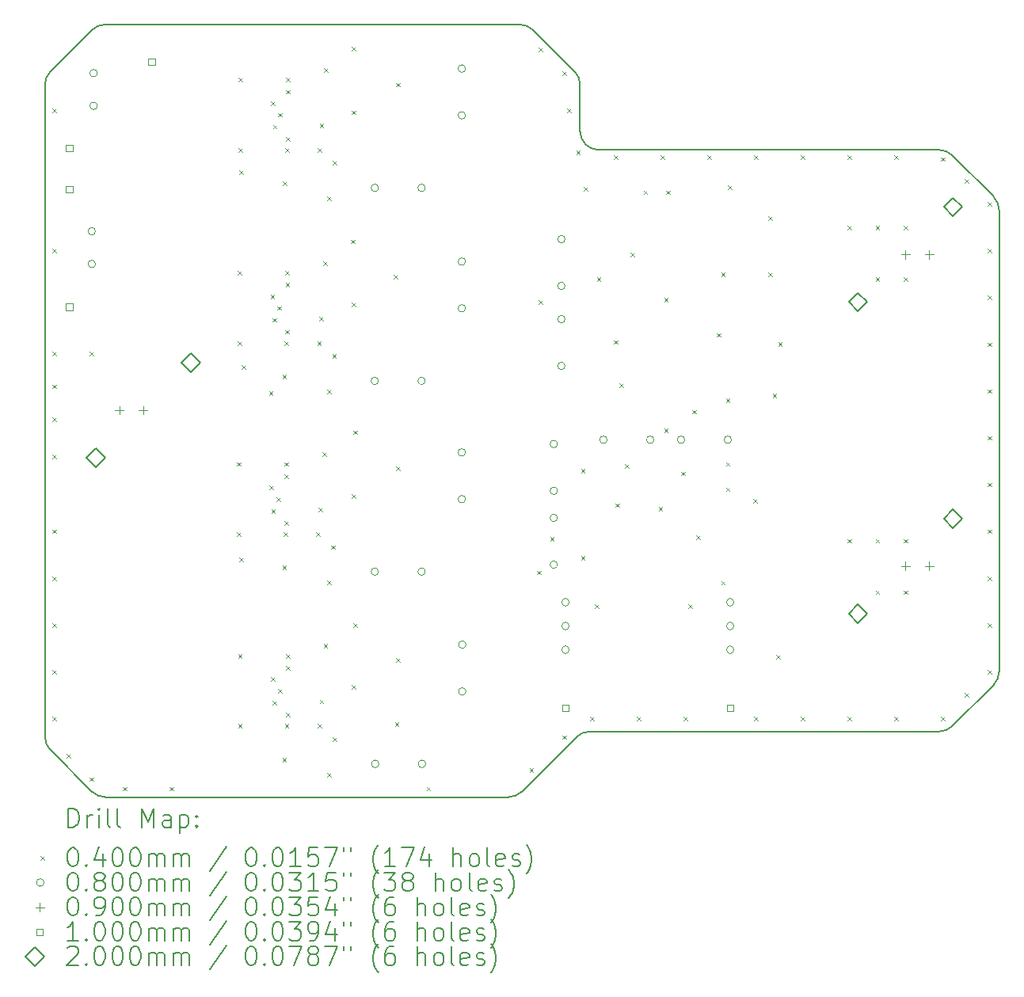
<source format=gbr>
%TF.GenerationSoftware,KiCad,Pcbnew,7.0.10*%
%TF.CreationDate,2024-02-08T22:37:53+01:00*%
%TF.ProjectId,LNA_1MHz,4c4e415f-314d-4487-9a2e-6b696361645f,V0*%
%TF.SameCoordinates,PX62ccf80PY8214c80*%
%TF.FileFunction,Drillmap*%
%TF.FilePolarity,Positive*%
%FSLAX45Y45*%
G04 Gerber Fmt 4.5, Leading zero omitted, Abs format (unit mm)*
G04 Created by KiCad (PCBNEW 7.0.10) date 2024-02-08 22:37:53*
%MOMM*%
%LPD*%
G01*
G04 APERTURE LIST*
%ADD10C,0.200000*%
%ADD11C,0.100000*%
G04 APERTURE END LIST*
D10*
X5720000Y7120000D02*
G75*
G03*
X5920000Y6920000I200000J0D01*
G01*
X501421Y8201421D02*
X58579Y7758579D01*
X5720000Y7120000D02*
X5720000Y7617157D01*
X501420Y58577D02*
G75*
G03*
X642843Y0I141420J141423D01*
G01*
X58579Y501421D02*
X501421Y58579D01*
X58577Y7758580D02*
G75*
G03*
X0Y7617157I141423J-141420D01*
G01*
X642843Y8259998D02*
G75*
G03*
X501421Y8201421I-3J-199998D01*
G01*
X642843Y0D02*
X4957157Y0D01*
X10200000Y1342843D02*
X10200000Y6277157D01*
X10141421Y6418579D02*
X9698579Y6861421D01*
X5719998Y7617157D02*
G75*
G03*
X5661421Y7758579I-199998J3D01*
G01*
X5822843Y699998D02*
G75*
G03*
X5681421Y641421I-3J-199998D01*
G01*
X9557157Y6920000D02*
X5920000Y6920000D01*
X9557157Y700002D02*
G75*
G03*
X9698579Y758579I3J199998D01*
G01*
X10199998Y6277157D02*
G75*
G03*
X10141421Y6418579I-199998J3D01*
G01*
X9698579Y758579D02*
X10141421Y1201421D01*
X5098579Y58579D02*
X5681421Y641421D01*
X5661421Y7758579D02*
X5218579Y8201421D01*
X5077157Y8260000D02*
X642843Y8260000D01*
X10141423Y1201420D02*
G75*
G03*
X10200000Y1342843I-141423J141420D01*
G01*
X5822843Y700000D02*
X9557157Y700000D01*
X0Y7617157D02*
X0Y642843D01*
X4957157Y2D02*
G75*
G03*
X5098579Y58579I3J199998D01*
G01*
X9698580Y6861423D02*
G75*
G03*
X9557157Y6920000I-141420J-141423D01*
G01*
X5218580Y8201423D02*
G75*
G03*
X5077157Y8260000I-141420J-141423D01*
G01*
X2Y642843D02*
G75*
G03*
X58579Y501421I199998J-3D01*
G01*
D11*
X80000Y7360000D02*
X120000Y7320000D01*
X120000Y7360000D02*
X80000Y7320000D01*
X80000Y5860000D02*
X120000Y5820000D01*
X120000Y5860000D02*
X80000Y5820000D01*
X80000Y4760000D02*
X120000Y4720000D01*
X120000Y4760000D02*
X80000Y4720000D01*
X80000Y4410000D02*
X120000Y4370000D01*
X120000Y4410000D02*
X80000Y4370000D01*
X80000Y4060000D02*
X120000Y4020000D01*
X120000Y4060000D02*
X80000Y4020000D01*
X80000Y3660000D02*
X120000Y3620000D01*
X120000Y3660000D02*
X80000Y3620000D01*
X80000Y2860000D02*
X120000Y2820000D01*
X120000Y2860000D02*
X80000Y2820000D01*
X80000Y2360000D02*
X120000Y2320000D01*
X120000Y2360000D02*
X80000Y2320000D01*
X80000Y1860000D02*
X120000Y1820000D01*
X120000Y1860000D02*
X80000Y1820000D01*
X80000Y1360000D02*
X120000Y1320000D01*
X120000Y1360000D02*
X80000Y1320000D01*
X80000Y860000D02*
X120000Y820000D01*
X120000Y860000D02*
X80000Y820000D01*
X230000Y460000D02*
X270000Y420000D01*
X270000Y460000D02*
X230000Y420000D01*
X480000Y4760000D02*
X520000Y4720000D01*
X520000Y4760000D02*
X480000Y4720000D01*
X480000Y210000D02*
X520000Y170000D01*
X520000Y210000D02*
X480000Y170000D01*
X830000Y110000D02*
X870000Y70000D01*
X870000Y110000D02*
X830000Y70000D01*
X1330000Y110000D02*
X1370000Y70000D01*
X1370000Y110000D02*
X1330000Y70000D01*
X2051250Y3580000D02*
X2091250Y3540000D01*
X2091250Y3580000D02*
X2051250Y3540000D01*
X2051250Y2830000D02*
X2091250Y2790000D01*
X2091250Y2830000D02*
X2051250Y2790000D01*
X2061250Y5624000D02*
X2101250Y5584000D01*
X2101250Y5624000D02*
X2061250Y5584000D01*
X2061250Y4874000D02*
X2101250Y4834000D01*
X2101250Y4874000D02*
X2061250Y4834000D01*
X2065000Y1530000D02*
X2105000Y1490000D01*
X2105000Y1530000D02*
X2065000Y1490000D01*
X2065000Y780000D02*
X2105000Y740000D01*
X2105000Y780000D02*
X2065000Y740000D01*
X2066250Y7689000D02*
X2106250Y7649000D01*
X2106250Y7689000D02*
X2066250Y7649000D01*
X2066250Y6939000D02*
X2106250Y6899000D01*
X2106250Y6939000D02*
X2066250Y6899000D01*
X2080000Y6700000D02*
X2120000Y6660000D01*
X2120000Y6700000D02*
X2080000Y6660000D01*
X2080000Y2560000D02*
X2120000Y2520000D01*
X2120000Y2560000D02*
X2080000Y2520000D01*
X2100000Y4620000D02*
X2140000Y4580000D01*
X2140000Y4620000D02*
X2100000Y4580000D01*
X2395000Y4340000D02*
X2435000Y4300000D01*
X2435000Y4340000D02*
X2395000Y4300000D01*
X2401250Y3330000D02*
X2441250Y3290000D01*
X2441250Y3330000D02*
X2401250Y3290000D01*
X2411250Y5374000D02*
X2451250Y5334000D01*
X2451250Y5374000D02*
X2411250Y5334000D01*
X2415000Y1280000D02*
X2455000Y1240000D01*
X2455000Y1280000D02*
X2415000Y1240000D01*
X2416250Y7439000D02*
X2456250Y7399000D01*
X2456250Y7439000D02*
X2416250Y7399000D01*
X2421250Y3078000D02*
X2461250Y3038000D01*
X2461250Y3078000D02*
X2421250Y3038000D01*
X2431250Y5122000D02*
X2471250Y5082000D01*
X2471250Y5122000D02*
X2431250Y5082000D01*
X2435000Y1028000D02*
X2475000Y988000D01*
X2475000Y1028000D02*
X2435000Y988000D01*
X2436250Y7187000D02*
X2476250Y7147000D01*
X2476250Y7187000D02*
X2436250Y7147000D01*
X2476250Y3205000D02*
X2516250Y3165000D01*
X2516250Y3205000D02*
X2476250Y3165000D01*
X2486250Y5249000D02*
X2526250Y5209000D01*
X2526250Y5249000D02*
X2486250Y5209000D01*
X2490000Y1155000D02*
X2530000Y1115000D01*
X2530000Y1155000D02*
X2490000Y1115000D01*
X2491250Y7314000D02*
X2531250Y7274000D01*
X2531250Y7314000D02*
X2491250Y7274000D01*
X2539875Y4516000D02*
X2579875Y4476000D01*
X2579875Y4516000D02*
X2539875Y4476000D01*
X2539875Y2476000D02*
X2579875Y2436000D01*
X2579875Y2476000D02*
X2539875Y2436000D01*
X2539875Y416000D02*
X2579875Y376000D01*
X2579875Y416000D02*
X2539875Y376000D01*
X2540000Y6580000D02*
X2580000Y6540000D01*
X2580000Y6580000D02*
X2540000Y6540000D01*
X2551250Y2830000D02*
X2591250Y2790000D01*
X2591250Y2830000D02*
X2551250Y2790000D01*
X2561250Y4874000D02*
X2601250Y4834000D01*
X2601250Y4874000D02*
X2561250Y4834000D01*
X2561250Y3580000D02*
X2601250Y3540000D01*
X2601250Y3580000D02*
X2561250Y3540000D01*
X2561250Y2950000D02*
X2601250Y2910000D01*
X2601250Y2950000D02*
X2561250Y2910000D01*
X2562610Y3451360D02*
X2602610Y3411360D01*
X2602610Y3451360D02*
X2562610Y3411360D01*
X2565000Y780000D02*
X2605000Y740000D01*
X2605000Y780000D02*
X2565000Y740000D01*
X2566250Y6939000D02*
X2606250Y6899000D01*
X2606250Y6939000D02*
X2566250Y6899000D01*
X2571250Y5624000D02*
X2611250Y5584000D01*
X2611250Y5624000D02*
X2571250Y5584000D01*
X2571250Y4994000D02*
X2611250Y4954000D01*
X2611250Y4994000D02*
X2571250Y4954000D01*
X2572610Y5495360D02*
X2612610Y5455360D01*
X2612610Y5495360D02*
X2572610Y5455360D01*
X2575000Y1530000D02*
X2615000Y1490000D01*
X2615000Y1530000D02*
X2575000Y1490000D01*
X2575000Y900000D02*
X2615000Y860000D01*
X2615000Y900000D02*
X2575000Y860000D01*
X2576250Y7689000D02*
X2616250Y7649000D01*
X2616250Y7689000D02*
X2576250Y7649000D01*
X2576250Y7059000D02*
X2616250Y7019000D01*
X2616250Y7059000D02*
X2576250Y7019000D01*
X2576360Y1401360D02*
X2616360Y1361360D01*
X2616360Y1401360D02*
X2576360Y1361360D01*
X2577610Y7560360D02*
X2617610Y7520360D01*
X2617610Y7560360D02*
X2577610Y7520360D01*
X2901250Y2830000D02*
X2941250Y2790000D01*
X2941250Y2830000D02*
X2901250Y2790000D01*
X2911250Y4874000D02*
X2951250Y4834000D01*
X2951250Y4874000D02*
X2911250Y4834000D01*
X2915000Y780000D02*
X2955000Y740000D01*
X2955000Y780000D02*
X2915000Y740000D01*
X2916250Y6939000D02*
X2956250Y6899000D01*
X2956250Y6939000D02*
X2916250Y6899000D01*
X2922610Y3091360D02*
X2962610Y3051360D01*
X2962610Y3091360D02*
X2922610Y3051360D01*
X2932610Y5135360D02*
X2972610Y5095360D01*
X2972610Y5135360D02*
X2932610Y5095360D01*
X2936360Y1041360D02*
X2976360Y1001360D01*
X2976360Y1041360D02*
X2936360Y1001360D01*
X2937610Y7200360D02*
X2977610Y7160360D01*
X2977610Y7200360D02*
X2937610Y7160360D01*
X2966250Y3685000D02*
X3006250Y3645000D01*
X3006250Y3685000D02*
X2966250Y3645000D01*
X2976250Y5729000D02*
X3016250Y5689000D01*
X3016250Y5729000D02*
X2976250Y5689000D01*
X2980000Y1635000D02*
X3020000Y1595000D01*
X3020000Y1635000D02*
X2980000Y1595000D01*
X2981250Y7794000D02*
X3021250Y7754000D01*
X3021250Y7794000D02*
X2981250Y7754000D01*
X3019875Y4356000D02*
X3059875Y4316000D01*
X3059875Y4356000D02*
X3019875Y4316000D01*
X3019875Y2316000D02*
X3059875Y2276000D01*
X3059875Y2316000D02*
X3019875Y2276000D01*
X3019875Y256000D02*
X3059875Y216000D01*
X3059875Y256000D02*
X3019875Y216000D01*
X3020000Y6420000D02*
X3060000Y6380000D01*
X3060000Y6420000D02*
X3020000Y6380000D01*
X3059681Y2691569D02*
X3099681Y2651569D01*
X3099681Y2691569D02*
X3059681Y2651569D01*
X3071250Y4734000D02*
X3111250Y4694000D01*
X3111250Y4734000D02*
X3071250Y4694000D01*
X3075000Y640000D02*
X3115000Y600000D01*
X3115000Y640000D02*
X3075000Y600000D01*
X3076250Y6799000D02*
X3116250Y6759000D01*
X3116250Y6799000D02*
X3076250Y6759000D01*
X3273875Y5960000D02*
X3313875Y5920000D01*
X3313875Y5960000D02*
X3273875Y5920000D01*
X3280000Y8020000D02*
X3320000Y7980000D01*
X3320000Y8020000D02*
X3280000Y7980000D01*
X3280000Y7340000D02*
X3320000Y7300000D01*
X3320000Y7340000D02*
X3280000Y7300000D01*
X3280000Y5285000D02*
X3320000Y5245000D01*
X3320000Y5285000D02*
X3280000Y5245000D01*
X3280000Y3240000D02*
X3320000Y3200000D01*
X3320000Y3240000D02*
X3280000Y3200000D01*
X3280000Y1200000D02*
X3320000Y1160000D01*
X3320000Y1200000D02*
X3280000Y1160000D01*
X3293875Y3920000D02*
X3333875Y3880000D01*
X3333875Y3920000D02*
X3293875Y3880000D01*
X3293875Y1860000D02*
X3333875Y1820000D01*
X3333875Y1860000D02*
X3293875Y1820000D01*
X3730000Y5585000D02*
X3770000Y5545000D01*
X3770000Y5585000D02*
X3730000Y5545000D01*
X3740000Y800000D02*
X3780000Y760000D01*
X3780000Y800000D02*
X3740000Y760000D01*
X3755000Y7635000D02*
X3795000Y7595000D01*
X3795000Y7635000D02*
X3755000Y7595000D01*
X3755000Y3535000D02*
X3795000Y3495000D01*
X3795000Y3535000D02*
X3755000Y3495000D01*
X3755000Y1485000D02*
X3795000Y1445000D01*
X3795000Y1485000D02*
X3755000Y1445000D01*
X4080000Y110000D02*
X4120000Y70000D01*
X4120000Y110000D02*
X4080000Y70000D01*
X5180000Y310000D02*
X5220000Y270000D01*
X5220000Y310000D02*
X5180000Y270000D01*
X5260000Y2420000D02*
X5300000Y2380000D01*
X5300000Y2420000D02*
X5260000Y2380000D01*
X5280000Y8010000D02*
X5320000Y7970000D01*
X5320000Y8010000D02*
X5280000Y7970000D01*
X5280000Y5310000D02*
X5320000Y5270000D01*
X5320000Y5310000D02*
X5280000Y5270000D01*
X5400000Y2780000D02*
X5440000Y2740000D01*
X5440000Y2780000D02*
X5400000Y2740000D01*
X5530000Y7760000D02*
X5570000Y7720000D01*
X5570000Y7760000D02*
X5530000Y7720000D01*
X5530000Y660000D02*
X5570000Y620000D01*
X5570000Y660000D02*
X5530000Y620000D01*
X5580000Y7360000D02*
X5620000Y7320000D01*
X5620000Y7360000D02*
X5580000Y7320000D01*
X5680000Y6910000D02*
X5720000Y6870000D01*
X5720000Y6910000D02*
X5680000Y6870000D01*
X5730000Y3510000D02*
X5770000Y3470000D01*
X5770000Y3510000D02*
X5730000Y3470000D01*
X5730000Y2580000D02*
X5770000Y2540000D01*
X5770000Y2580000D02*
X5730000Y2540000D01*
X5760000Y6520000D02*
X5800000Y6480000D01*
X5800000Y6520000D02*
X5760000Y6480000D01*
X5830000Y860000D02*
X5870000Y820000D01*
X5870000Y860000D02*
X5830000Y820000D01*
X5880000Y2060000D02*
X5920000Y2020000D01*
X5920000Y2060000D02*
X5880000Y2020000D01*
X5900000Y5560000D02*
X5940000Y5520000D01*
X5940000Y5560000D02*
X5900000Y5520000D01*
X6080000Y6860000D02*
X6120000Y6820000D01*
X6120000Y6860000D02*
X6080000Y6820000D01*
X6080000Y4885000D02*
X6120000Y4845000D01*
X6120000Y4885000D02*
X6080000Y4845000D01*
X6100000Y3140000D02*
X6140000Y3100000D01*
X6140000Y3140000D02*
X6100000Y3100000D01*
X6140000Y4425000D02*
X6180000Y4385000D01*
X6180000Y4425000D02*
X6140000Y4385000D01*
X6200000Y3560000D02*
X6240000Y3520000D01*
X6240000Y3560000D02*
X6200000Y3520000D01*
X6260000Y5820000D02*
X6300000Y5780000D01*
X6300000Y5820000D02*
X6260000Y5780000D01*
X6330000Y860000D02*
X6370000Y820000D01*
X6370000Y860000D02*
X6330000Y820000D01*
X6400000Y6485000D02*
X6440000Y6445000D01*
X6440000Y6485000D02*
X6400000Y6445000D01*
X6560000Y3105000D02*
X6600000Y3065000D01*
X6600000Y3105000D02*
X6560000Y3065000D01*
X6580000Y6860000D02*
X6620000Y6820000D01*
X6620000Y6860000D02*
X6580000Y6820000D01*
X6620000Y5340000D02*
X6660000Y5300000D01*
X6660000Y5340000D02*
X6620000Y5300000D01*
X6620000Y3940000D02*
X6660000Y3900000D01*
X6660000Y3940000D02*
X6620000Y3900000D01*
X6640000Y6485000D02*
X6680000Y6445000D01*
X6680000Y6485000D02*
X6640000Y6445000D01*
X6800000Y3480000D02*
X6840000Y3440000D01*
X6840000Y3480000D02*
X6800000Y3440000D01*
X6830000Y860000D02*
X6870000Y820000D01*
X6870000Y860000D02*
X6830000Y820000D01*
X6880000Y2060000D02*
X6920000Y2020000D01*
X6920000Y2060000D02*
X6880000Y2020000D01*
X6920000Y4140000D02*
X6960000Y4100000D01*
X6960000Y4140000D02*
X6920000Y4100000D01*
X6960000Y2800000D02*
X7000000Y2760000D01*
X7000000Y2800000D02*
X6960000Y2760000D01*
X7080000Y6860000D02*
X7120000Y6820000D01*
X7120000Y6860000D02*
X7080000Y6820000D01*
X7180000Y4960000D02*
X7220000Y4920000D01*
X7220000Y4960000D02*
X7180000Y4920000D01*
X7230000Y5610000D02*
X7270000Y5570000D01*
X7270000Y5610000D02*
X7230000Y5570000D01*
X7230000Y2310000D02*
X7270000Y2270000D01*
X7270000Y2310000D02*
X7230000Y2270000D01*
X7280000Y4260000D02*
X7320000Y4220000D01*
X7320000Y4260000D02*
X7280000Y4220000D01*
X7280000Y3580000D02*
X7320000Y3540000D01*
X7320000Y3580000D02*
X7280000Y3540000D01*
X7280000Y3310000D02*
X7320000Y3270000D01*
X7320000Y3310000D02*
X7280000Y3270000D01*
X7300000Y6540000D02*
X7340000Y6500000D01*
X7340000Y6540000D02*
X7300000Y6500000D01*
X7570000Y3185000D02*
X7610000Y3145000D01*
X7610000Y3185000D02*
X7570000Y3145000D01*
X7580000Y6860000D02*
X7620000Y6820000D01*
X7620000Y6860000D02*
X7580000Y6820000D01*
X7580000Y860000D02*
X7620000Y820000D01*
X7620000Y860000D02*
X7580000Y820000D01*
X7730000Y6210000D02*
X7770000Y6170000D01*
X7770000Y6210000D02*
X7730000Y6170000D01*
X7730000Y5610000D02*
X7770000Y5570000D01*
X7770000Y5610000D02*
X7730000Y5570000D01*
X7780000Y4310000D02*
X7820000Y4270000D01*
X7820000Y4310000D02*
X7780000Y4270000D01*
X7820000Y1520000D02*
X7860000Y1480000D01*
X7860000Y1520000D02*
X7820000Y1480000D01*
X7840000Y4865900D02*
X7880000Y4825900D01*
X7880000Y4865900D02*
X7840000Y4825900D01*
X8080000Y6860000D02*
X8120000Y6820000D01*
X8120000Y6860000D02*
X8080000Y6820000D01*
X8080000Y860000D02*
X8120000Y820000D01*
X8120000Y860000D02*
X8080000Y820000D01*
X8580000Y6860000D02*
X8620000Y6820000D01*
X8620000Y6860000D02*
X8580000Y6820000D01*
X8580000Y6110000D02*
X8620000Y6070000D01*
X8620000Y6110000D02*
X8580000Y6070000D01*
X8580000Y2760000D02*
X8620000Y2720000D01*
X8620000Y2760000D02*
X8580000Y2720000D01*
X8580000Y860000D02*
X8620000Y820000D01*
X8620000Y860000D02*
X8580000Y820000D01*
X8880000Y6110000D02*
X8920000Y6070000D01*
X8920000Y6110000D02*
X8880000Y6070000D01*
X8880000Y5560000D02*
X8920000Y5520000D01*
X8920000Y5560000D02*
X8880000Y5520000D01*
X8880000Y2760000D02*
X8920000Y2720000D01*
X8920000Y2760000D02*
X8880000Y2720000D01*
X8880000Y2210000D02*
X8920000Y2170000D01*
X8920000Y2210000D02*
X8880000Y2170000D01*
X9080000Y6860000D02*
X9120000Y6820000D01*
X9120000Y6860000D02*
X9080000Y6820000D01*
X9080000Y860000D02*
X9120000Y820000D01*
X9120000Y860000D02*
X9080000Y820000D01*
X9180000Y6110000D02*
X9220000Y6070000D01*
X9220000Y6110000D02*
X9180000Y6070000D01*
X9180000Y5560000D02*
X9220000Y5520000D01*
X9220000Y5560000D02*
X9180000Y5520000D01*
X9180000Y2760000D02*
X9220000Y2720000D01*
X9220000Y2760000D02*
X9180000Y2720000D01*
X9180000Y2210000D02*
X9220000Y2170000D01*
X9220000Y2210000D02*
X9180000Y2170000D01*
X9580000Y6840000D02*
X9620000Y6800000D01*
X9620000Y6840000D02*
X9580000Y6800000D01*
X9580000Y860000D02*
X9620000Y820000D01*
X9620000Y860000D02*
X9580000Y820000D01*
X9830000Y6610000D02*
X9870000Y6570000D01*
X9870000Y6610000D02*
X9830000Y6570000D01*
X9830000Y1110000D02*
X9870000Y1070000D01*
X9870000Y1110000D02*
X9830000Y1070000D01*
X10080000Y6360000D02*
X10120000Y6320000D01*
X10120000Y6360000D02*
X10080000Y6320000D01*
X10080000Y5860000D02*
X10120000Y5820000D01*
X10120000Y5860000D02*
X10080000Y5820000D01*
X10080000Y5360000D02*
X10120000Y5320000D01*
X10120000Y5360000D02*
X10080000Y5320000D01*
X10080000Y4860000D02*
X10120000Y4820000D01*
X10120000Y4860000D02*
X10080000Y4820000D01*
X10080000Y4360000D02*
X10120000Y4320000D01*
X10120000Y4360000D02*
X10080000Y4320000D01*
X10080000Y3860000D02*
X10120000Y3820000D01*
X10120000Y3860000D02*
X10080000Y3820000D01*
X10080000Y3360000D02*
X10120000Y3320000D01*
X10120000Y3360000D02*
X10080000Y3320000D01*
X10080000Y2860000D02*
X10120000Y2820000D01*
X10120000Y2860000D02*
X10080000Y2820000D01*
X10080000Y2360000D02*
X10120000Y2320000D01*
X10120000Y2360000D02*
X10080000Y2320000D01*
X10080000Y1860000D02*
X10120000Y1820000D01*
X10120000Y1860000D02*
X10080000Y1820000D01*
X10080000Y1360000D02*
X10120000Y1320000D01*
X10120000Y1360000D02*
X10080000Y1320000D01*
X540000Y6050000D02*
G75*
G03*
X460000Y6050000I-40000J0D01*
G01*
X460000Y6050000D02*
G75*
G03*
X540000Y6050000I40000J0D01*
G01*
X540000Y5700000D02*
G75*
G03*
X460000Y5700000I-40000J0D01*
G01*
X460000Y5700000D02*
G75*
G03*
X540000Y5700000I40000J0D01*
G01*
X560000Y7740000D02*
G75*
G03*
X480000Y7740000I-40000J0D01*
G01*
X480000Y7740000D02*
G75*
G03*
X560000Y7740000I40000J0D01*
G01*
X560000Y7390000D02*
G75*
G03*
X480000Y7390000I-40000J0D01*
G01*
X480000Y7390000D02*
G75*
G03*
X560000Y7390000I40000J0D01*
G01*
X3566250Y6514000D02*
G75*
G03*
X3486250Y6514000I-40000J0D01*
G01*
X3486250Y6514000D02*
G75*
G03*
X3566250Y6514000I40000J0D01*
G01*
X3566250Y4450000D02*
G75*
G03*
X3486250Y4450000I-40000J0D01*
G01*
X3486250Y4450000D02*
G75*
G03*
X3566250Y4450000I40000J0D01*
G01*
X3566250Y2410000D02*
G75*
G03*
X3486250Y2410000I-40000J0D01*
G01*
X3486250Y2410000D02*
G75*
G03*
X3566250Y2410000I40000J0D01*
G01*
X3570000Y355000D02*
G75*
G03*
X3490000Y355000I-40000J0D01*
G01*
X3490000Y355000D02*
G75*
G03*
X3570000Y355000I40000J0D01*
G01*
X4066250Y6514000D02*
G75*
G03*
X3986250Y6514000I-40000J0D01*
G01*
X3986250Y6514000D02*
G75*
G03*
X4066250Y6514000I40000J0D01*
G01*
X4066250Y4450000D02*
G75*
G03*
X3986250Y4450000I-40000J0D01*
G01*
X3986250Y4450000D02*
G75*
G03*
X4066250Y4450000I40000J0D01*
G01*
X4066250Y2410000D02*
G75*
G03*
X3986250Y2410000I-40000J0D01*
G01*
X3986250Y2410000D02*
G75*
G03*
X4066250Y2410000I40000J0D01*
G01*
X4070000Y355000D02*
G75*
G03*
X3990000Y355000I-40000J0D01*
G01*
X3990000Y355000D02*
G75*
G03*
X4070000Y355000I40000J0D01*
G01*
X4496250Y7789000D02*
G75*
G03*
X4416250Y7789000I-40000J0D01*
G01*
X4416250Y7789000D02*
G75*
G03*
X4496250Y7789000I40000J0D01*
G01*
X4496250Y7289000D02*
G75*
G03*
X4416250Y7289000I-40000J0D01*
G01*
X4416250Y7289000D02*
G75*
G03*
X4496250Y7289000I40000J0D01*
G01*
X4496250Y5725000D02*
G75*
G03*
X4416250Y5725000I-40000J0D01*
G01*
X4416250Y5725000D02*
G75*
G03*
X4496250Y5725000I40000J0D01*
G01*
X4496250Y5225000D02*
G75*
G03*
X4416250Y5225000I-40000J0D01*
G01*
X4416250Y5225000D02*
G75*
G03*
X4496250Y5225000I40000J0D01*
G01*
X4496250Y3685000D02*
G75*
G03*
X4416250Y3685000I-40000J0D01*
G01*
X4416250Y3685000D02*
G75*
G03*
X4496250Y3685000I40000J0D01*
G01*
X4496250Y3185000D02*
G75*
G03*
X4416250Y3185000I-40000J0D01*
G01*
X4416250Y3185000D02*
G75*
G03*
X4496250Y3185000I40000J0D01*
G01*
X4500000Y1630000D02*
G75*
G03*
X4420000Y1630000I-40000J0D01*
G01*
X4420000Y1630000D02*
G75*
G03*
X4500000Y1630000I40000J0D01*
G01*
X4500000Y1130000D02*
G75*
G03*
X4420000Y1130000I-40000J0D01*
G01*
X4420000Y1130000D02*
G75*
G03*
X4500000Y1130000I40000J0D01*
G01*
X5480000Y3775000D02*
G75*
G03*
X5400000Y3775000I-40000J0D01*
G01*
X5400000Y3775000D02*
G75*
G03*
X5480000Y3775000I40000J0D01*
G01*
X5480000Y3275000D02*
G75*
G03*
X5400000Y3275000I-40000J0D01*
G01*
X5400000Y3275000D02*
G75*
G03*
X5480000Y3275000I40000J0D01*
G01*
X5480000Y2985000D02*
G75*
G03*
X5400000Y2985000I-40000J0D01*
G01*
X5400000Y2985000D02*
G75*
G03*
X5480000Y2985000I40000J0D01*
G01*
X5480000Y2485000D02*
G75*
G03*
X5400000Y2485000I-40000J0D01*
G01*
X5400000Y2485000D02*
G75*
G03*
X5480000Y2485000I40000J0D01*
G01*
X5560000Y5965000D02*
G75*
G03*
X5480000Y5965000I-40000J0D01*
G01*
X5480000Y5965000D02*
G75*
G03*
X5560000Y5965000I40000J0D01*
G01*
X5560000Y5465000D02*
G75*
G03*
X5480000Y5465000I-40000J0D01*
G01*
X5480000Y5465000D02*
G75*
G03*
X5560000Y5465000I40000J0D01*
G01*
X5560000Y5110000D02*
G75*
G03*
X5480000Y5110000I-40000J0D01*
G01*
X5480000Y5110000D02*
G75*
G03*
X5560000Y5110000I40000J0D01*
G01*
X5560000Y4610000D02*
G75*
G03*
X5480000Y4610000I-40000J0D01*
G01*
X5480000Y4610000D02*
G75*
G03*
X5560000Y4610000I40000J0D01*
G01*
X5605000Y2083000D02*
G75*
G03*
X5525000Y2083000I-40000J0D01*
G01*
X5525000Y2083000D02*
G75*
G03*
X5605000Y2083000I40000J0D01*
G01*
X5605000Y1829000D02*
G75*
G03*
X5525000Y1829000I-40000J0D01*
G01*
X5525000Y1829000D02*
G75*
G03*
X5605000Y1829000I40000J0D01*
G01*
X5605000Y1575000D02*
G75*
G03*
X5525000Y1575000I-40000J0D01*
G01*
X5525000Y1575000D02*
G75*
G03*
X5605000Y1575000I40000J0D01*
G01*
X6010000Y3820000D02*
G75*
G03*
X5930000Y3820000I-40000J0D01*
G01*
X5930000Y3820000D02*
G75*
G03*
X6010000Y3820000I40000J0D01*
G01*
X6510000Y3820000D02*
G75*
G03*
X6430000Y3820000I-40000J0D01*
G01*
X6430000Y3820000D02*
G75*
G03*
X6510000Y3820000I40000J0D01*
G01*
X6840000Y3820000D02*
G75*
G03*
X6760000Y3820000I-40000J0D01*
G01*
X6760000Y3820000D02*
G75*
G03*
X6840000Y3820000I40000J0D01*
G01*
X7340000Y3820000D02*
G75*
G03*
X7260000Y3820000I-40000J0D01*
G01*
X7260000Y3820000D02*
G75*
G03*
X7340000Y3820000I40000J0D01*
G01*
X7365000Y2083000D02*
G75*
G03*
X7285000Y2083000I-40000J0D01*
G01*
X7285000Y2083000D02*
G75*
G03*
X7365000Y2083000I40000J0D01*
G01*
X7365000Y1829000D02*
G75*
G03*
X7285000Y1829000I-40000J0D01*
G01*
X7285000Y1829000D02*
G75*
G03*
X7365000Y1829000I40000J0D01*
G01*
X7365000Y1575000D02*
G75*
G03*
X7285000Y1575000I-40000J0D01*
G01*
X7285000Y1575000D02*
G75*
G03*
X7365000Y1575000I40000J0D01*
G01*
X796000Y4180000D02*
X796000Y4090000D01*
X751000Y4135000D02*
X841000Y4135000D01*
X1050000Y4180000D02*
X1050000Y4090000D01*
X1005000Y4135000D02*
X1095000Y4135000D01*
X9200000Y5845000D02*
X9200000Y5755000D01*
X9155000Y5800000D02*
X9245000Y5800000D01*
X9200000Y2515000D02*
X9200000Y2425000D01*
X9155000Y2470000D02*
X9245000Y2470000D01*
X9454000Y5845000D02*
X9454000Y5755000D01*
X9409000Y5800000D02*
X9499000Y5800000D01*
X9454000Y2515000D02*
X9454000Y2425000D01*
X9409000Y2470000D02*
X9499000Y2470000D01*
X295356Y6904644D02*
X295356Y6975356D01*
X224644Y6975356D01*
X224644Y6904644D01*
X295356Y6904644D01*
X295356Y6464644D02*
X295356Y6535356D01*
X224644Y6535356D01*
X224644Y6464644D01*
X295356Y6464644D01*
X295356Y5204644D02*
X295356Y5275356D01*
X224644Y5275356D01*
X224644Y5204644D01*
X295356Y5204644D01*
X1175356Y7824644D02*
X1175356Y7895356D01*
X1104644Y7895356D01*
X1104644Y7824644D01*
X1175356Y7824644D01*
X5600356Y919644D02*
X5600356Y990356D01*
X5529644Y990356D01*
X5529644Y919644D01*
X5600356Y919644D01*
X7360356Y919644D02*
X7360356Y990356D01*
X7289644Y990356D01*
X7289644Y919644D01*
X7360356Y919644D01*
D10*
X542000Y3527000D02*
X642000Y3627000D01*
X542000Y3727000D01*
X442000Y3627000D01*
X542000Y3527000D01*
X1558000Y4543000D02*
X1658000Y4643000D01*
X1558000Y4743000D01*
X1458000Y4643000D01*
X1558000Y4543000D01*
X8692000Y5192000D02*
X8792000Y5292000D01*
X8692000Y5392000D01*
X8592000Y5292000D01*
X8692000Y5192000D01*
X8692000Y1862000D02*
X8792000Y1962000D01*
X8692000Y2062000D01*
X8592000Y1962000D01*
X8692000Y1862000D01*
X9708000Y6208000D02*
X9808000Y6308000D01*
X9708000Y6408000D01*
X9608000Y6308000D01*
X9708000Y6208000D01*
X9708000Y2878000D02*
X9808000Y2978000D01*
X9708000Y3078000D01*
X9608000Y2978000D01*
X9708000Y2878000D01*
X250777Y-321484D02*
X250777Y-121484D01*
X250777Y-121484D02*
X298396Y-121484D01*
X298396Y-121484D02*
X326967Y-131008D01*
X326967Y-131008D02*
X346015Y-150055D01*
X346015Y-150055D02*
X355539Y-169103D01*
X355539Y-169103D02*
X365062Y-207198D01*
X365062Y-207198D02*
X365062Y-235769D01*
X365062Y-235769D02*
X355539Y-273865D01*
X355539Y-273865D02*
X346015Y-292912D01*
X346015Y-292912D02*
X326967Y-311960D01*
X326967Y-311960D02*
X298396Y-321484D01*
X298396Y-321484D02*
X250777Y-321484D01*
X450777Y-321484D02*
X450777Y-188150D01*
X450777Y-226246D02*
X460301Y-207198D01*
X460301Y-207198D02*
X469824Y-197674D01*
X469824Y-197674D02*
X488872Y-188150D01*
X488872Y-188150D02*
X507920Y-188150D01*
X574586Y-321484D02*
X574586Y-188150D01*
X574586Y-121484D02*
X565063Y-131008D01*
X565063Y-131008D02*
X574586Y-140531D01*
X574586Y-140531D02*
X584110Y-131008D01*
X584110Y-131008D02*
X574586Y-121484D01*
X574586Y-121484D02*
X574586Y-140531D01*
X698396Y-321484D02*
X679348Y-311960D01*
X679348Y-311960D02*
X669824Y-292912D01*
X669824Y-292912D02*
X669824Y-121484D01*
X803158Y-321484D02*
X784110Y-311960D01*
X784110Y-311960D02*
X774586Y-292912D01*
X774586Y-292912D02*
X774586Y-121484D01*
X1031729Y-321484D02*
X1031729Y-121484D01*
X1031729Y-121484D02*
X1098396Y-264341D01*
X1098396Y-264341D02*
X1165063Y-121484D01*
X1165063Y-121484D02*
X1165063Y-321484D01*
X1346015Y-321484D02*
X1346015Y-216722D01*
X1346015Y-216722D02*
X1336491Y-197674D01*
X1336491Y-197674D02*
X1317444Y-188150D01*
X1317444Y-188150D02*
X1279348Y-188150D01*
X1279348Y-188150D02*
X1260301Y-197674D01*
X1346015Y-311960D02*
X1326967Y-321484D01*
X1326967Y-321484D02*
X1279348Y-321484D01*
X1279348Y-321484D02*
X1260301Y-311960D01*
X1260301Y-311960D02*
X1250777Y-292912D01*
X1250777Y-292912D02*
X1250777Y-273865D01*
X1250777Y-273865D02*
X1260301Y-254817D01*
X1260301Y-254817D02*
X1279348Y-245293D01*
X1279348Y-245293D02*
X1326967Y-245293D01*
X1326967Y-245293D02*
X1346015Y-235769D01*
X1441253Y-188150D02*
X1441253Y-388150D01*
X1441253Y-197674D02*
X1460301Y-188150D01*
X1460301Y-188150D02*
X1498396Y-188150D01*
X1498396Y-188150D02*
X1517443Y-197674D01*
X1517443Y-197674D02*
X1526967Y-207198D01*
X1526967Y-207198D02*
X1536491Y-226246D01*
X1536491Y-226246D02*
X1536491Y-283389D01*
X1536491Y-283389D02*
X1526967Y-302436D01*
X1526967Y-302436D02*
X1517443Y-311960D01*
X1517443Y-311960D02*
X1498396Y-321484D01*
X1498396Y-321484D02*
X1460301Y-321484D01*
X1460301Y-321484D02*
X1441253Y-311960D01*
X1622205Y-302436D02*
X1631729Y-311960D01*
X1631729Y-311960D02*
X1622205Y-321484D01*
X1622205Y-321484D02*
X1612682Y-311960D01*
X1612682Y-311960D02*
X1622205Y-302436D01*
X1622205Y-302436D02*
X1622205Y-321484D01*
X1622205Y-197674D02*
X1631729Y-207198D01*
X1631729Y-207198D02*
X1622205Y-216722D01*
X1622205Y-216722D02*
X1612682Y-207198D01*
X1612682Y-207198D02*
X1622205Y-197674D01*
X1622205Y-197674D02*
X1622205Y-216722D01*
D11*
X-50000Y-630000D02*
X-10000Y-670000D01*
X-10000Y-630000D02*
X-50000Y-670000D01*
D10*
X288872Y-541484D02*
X307920Y-541484D01*
X307920Y-541484D02*
X326967Y-551008D01*
X326967Y-551008D02*
X336491Y-560531D01*
X336491Y-560531D02*
X346015Y-579579D01*
X346015Y-579579D02*
X355539Y-617674D01*
X355539Y-617674D02*
X355539Y-665293D01*
X355539Y-665293D02*
X346015Y-703388D01*
X346015Y-703388D02*
X336491Y-722436D01*
X336491Y-722436D02*
X326967Y-731960D01*
X326967Y-731960D02*
X307920Y-741484D01*
X307920Y-741484D02*
X288872Y-741484D01*
X288872Y-741484D02*
X269824Y-731960D01*
X269824Y-731960D02*
X260301Y-722436D01*
X260301Y-722436D02*
X250777Y-703388D01*
X250777Y-703388D02*
X241253Y-665293D01*
X241253Y-665293D02*
X241253Y-617674D01*
X241253Y-617674D02*
X250777Y-579579D01*
X250777Y-579579D02*
X260301Y-560531D01*
X260301Y-560531D02*
X269824Y-551008D01*
X269824Y-551008D02*
X288872Y-541484D01*
X441253Y-722436D02*
X450777Y-731960D01*
X450777Y-731960D02*
X441253Y-741484D01*
X441253Y-741484D02*
X431729Y-731960D01*
X431729Y-731960D02*
X441253Y-722436D01*
X441253Y-722436D02*
X441253Y-741484D01*
X622205Y-608150D02*
X622205Y-741484D01*
X574586Y-531960D02*
X526967Y-674817D01*
X526967Y-674817D02*
X650777Y-674817D01*
X765062Y-541484D02*
X784110Y-541484D01*
X784110Y-541484D02*
X803158Y-551008D01*
X803158Y-551008D02*
X812682Y-560531D01*
X812682Y-560531D02*
X822205Y-579579D01*
X822205Y-579579D02*
X831729Y-617674D01*
X831729Y-617674D02*
X831729Y-665293D01*
X831729Y-665293D02*
X822205Y-703388D01*
X822205Y-703388D02*
X812682Y-722436D01*
X812682Y-722436D02*
X803158Y-731960D01*
X803158Y-731960D02*
X784110Y-741484D01*
X784110Y-741484D02*
X765062Y-741484D01*
X765062Y-741484D02*
X746015Y-731960D01*
X746015Y-731960D02*
X736491Y-722436D01*
X736491Y-722436D02*
X726967Y-703388D01*
X726967Y-703388D02*
X717443Y-665293D01*
X717443Y-665293D02*
X717443Y-617674D01*
X717443Y-617674D02*
X726967Y-579579D01*
X726967Y-579579D02*
X736491Y-560531D01*
X736491Y-560531D02*
X746015Y-551008D01*
X746015Y-551008D02*
X765062Y-541484D01*
X955539Y-541484D02*
X974586Y-541484D01*
X974586Y-541484D02*
X993634Y-551008D01*
X993634Y-551008D02*
X1003158Y-560531D01*
X1003158Y-560531D02*
X1012682Y-579579D01*
X1012682Y-579579D02*
X1022205Y-617674D01*
X1022205Y-617674D02*
X1022205Y-665293D01*
X1022205Y-665293D02*
X1012682Y-703388D01*
X1012682Y-703388D02*
X1003158Y-722436D01*
X1003158Y-722436D02*
X993634Y-731960D01*
X993634Y-731960D02*
X974586Y-741484D01*
X974586Y-741484D02*
X955539Y-741484D01*
X955539Y-741484D02*
X936491Y-731960D01*
X936491Y-731960D02*
X926967Y-722436D01*
X926967Y-722436D02*
X917443Y-703388D01*
X917443Y-703388D02*
X907920Y-665293D01*
X907920Y-665293D02*
X907920Y-617674D01*
X907920Y-617674D02*
X917443Y-579579D01*
X917443Y-579579D02*
X926967Y-560531D01*
X926967Y-560531D02*
X936491Y-551008D01*
X936491Y-551008D02*
X955539Y-541484D01*
X1107920Y-741484D02*
X1107920Y-608150D01*
X1107920Y-627198D02*
X1117444Y-617674D01*
X1117444Y-617674D02*
X1136491Y-608150D01*
X1136491Y-608150D02*
X1165063Y-608150D01*
X1165063Y-608150D02*
X1184110Y-617674D01*
X1184110Y-617674D02*
X1193634Y-636722D01*
X1193634Y-636722D02*
X1193634Y-741484D01*
X1193634Y-636722D02*
X1203158Y-617674D01*
X1203158Y-617674D02*
X1222205Y-608150D01*
X1222205Y-608150D02*
X1250777Y-608150D01*
X1250777Y-608150D02*
X1269825Y-617674D01*
X1269825Y-617674D02*
X1279348Y-636722D01*
X1279348Y-636722D02*
X1279348Y-741484D01*
X1374586Y-741484D02*
X1374586Y-608150D01*
X1374586Y-627198D02*
X1384110Y-617674D01*
X1384110Y-617674D02*
X1403158Y-608150D01*
X1403158Y-608150D02*
X1431729Y-608150D01*
X1431729Y-608150D02*
X1450777Y-617674D01*
X1450777Y-617674D02*
X1460301Y-636722D01*
X1460301Y-636722D02*
X1460301Y-741484D01*
X1460301Y-636722D02*
X1469824Y-617674D01*
X1469824Y-617674D02*
X1488872Y-608150D01*
X1488872Y-608150D02*
X1517443Y-608150D01*
X1517443Y-608150D02*
X1536491Y-617674D01*
X1536491Y-617674D02*
X1546015Y-636722D01*
X1546015Y-636722D02*
X1546015Y-741484D01*
X1936491Y-531960D02*
X1765063Y-789103D01*
X2193634Y-541484D02*
X2212682Y-541484D01*
X2212682Y-541484D02*
X2231729Y-551008D01*
X2231729Y-551008D02*
X2241253Y-560531D01*
X2241253Y-560531D02*
X2250777Y-579579D01*
X2250777Y-579579D02*
X2260301Y-617674D01*
X2260301Y-617674D02*
X2260301Y-665293D01*
X2260301Y-665293D02*
X2250777Y-703388D01*
X2250777Y-703388D02*
X2241253Y-722436D01*
X2241253Y-722436D02*
X2231729Y-731960D01*
X2231729Y-731960D02*
X2212682Y-741484D01*
X2212682Y-741484D02*
X2193634Y-741484D01*
X2193634Y-741484D02*
X2174587Y-731960D01*
X2174587Y-731960D02*
X2165063Y-722436D01*
X2165063Y-722436D02*
X2155539Y-703388D01*
X2155539Y-703388D02*
X2146015Y-665293D01*
X2146015Y-665293D02*
X2146015Y-617674D01*
X2146015Y-617674D02*
X2155539Y-579579D01*
X2155539Y-579579D02*
X2165063Y-560531D01*
X2165063Y-560531D02*
X2174587Y-551008D01*
X2174587Y-551008D02*
X2193634Y-541484D01*
X2346015Y-722436D02*
X2355539Y-731960D01*
X2355539Y-731960D02*
X2346015Y-741484D01*
X2346015Y-741484D02*
X2336491Y-731960D01*
X2336491Y-731960D02*
X2346015Y-722436D01*
X2346015Y-722436D02*
X2346015Y-741484D01*
X2479348Y-541484D02*
X2498396Y-541484D01*
X2498396Y-541484D02*
X2517444Y-551008D01*
X2517444Y-551008D02*
X2526968Y-560531D01*
X2526968Y-560531D02*
X2536491Y-579579D01*
X2536491Y-579579D02*
X2546015Y-617674D01*
X2546015Y-617674D02*
X2546015Y-665293D01*
X2546015Y-665293D02*
X2536491Y-703388D01*
X2536491Y-703388D02*
X2526968Y-722436D01*
X2526968Y-722436D02*
X2517444Y-731960D01*
X2517444Y-731960D02*
X2498396Y-741484D01*
X2498396Y-741484D02*
X2479348Y-741484D01*
X2479348Y-741484D02*
X2460301Y-731960D01*
X2460301Y-731960D02*
X2450777Y-722436D01*
X2450777Y-722436D02*
X2441253Y-703388D01*
X2441253Y-703388D02*
X2431729Y-665293D01*
X2431729Y-665293D02*
X2431729Y-617674D01*
X2431729Y-617674D02*
X2441253Y-579579D01*
X2441253Y-579579D02*
X2450777Y-560531D01*
X2450777Y-560531D02*
X2460301Y-551008D01*
X2460301Y-551008D02*
X2479348Y-541484D01*
X2736491Y-741484D02*
X2622206Y-741484D01*
X2679348Y-741484D02*
X2679348Y-541484D01*
X2679348Y-541484D02*
X2660301Y-570055D01*
X2660301Y-570055D02*
X2641253Y-589103D01*
X2641253Y-589103D02*
X2622206Y-598627D01*
X2917444Y-541484D02*
X2822206Y-541484D01*
X2822206Y-541484D02*
X2812682Y-636722D01*
X2812682Y-636722D02*
X2822206Y-627198D01*
X2822206Y-627198D02*
X2841253Y-617674D01*
X2841253Y-617674D02*
X2888872Y-617674D01*
X2888872Y-617674D02*
X2907920Y-627198D01*
X2907920Y-627198D02*
X2917444Y-636722D01*
X2917444Y-636722D02*
X2926967Y-655770D01*
X2926967Y-655770D02*
X2926967Y-703388D01*
X2926967Y-703388D02*
X2917444Y-722436D01*
X2917444Y-722436D02*
X2907920Y-731960D01*
X2907920Y-731960D02*
X2888872Y-741484D01*
X2888872Y-741484D02*
X2841253Y-741484D01*
X2841253Y-741484D02*
X2822206Y-731960D01*
X2822206Y-731960D02*
X2812682Y-722436D01*
X2993634Y-541484D02*
X3126967Y-541484D01*
X3126967Y-541484D02*
X3041253Y-741484D01*
X3193634Y-541484D02*
X3193634Y-579579D01*
X3269825Y-541484D02*
X3269825Y-579579D01*
X3565063Y-817674D02*
X3555539Y-808150D01*
X3555539Y-808150D02*
X3536491Y-779579D01*
X3536491Y-779579D02*
X3526968Y-760531D01*
X3526968Y-760531D02*
X3517444Y-731960D01*
X3517444Y-731960D02*
X3507920Y-684341D01*
X3507920Y-684341D02*
X3507920Y-646246D01*
X3507920Y-646246D02*
X3517444Y-598627D01*
X3517444Y-598627D02*
X3526968Y-570055D01*
X3526968Y-570055D02*
X3536491Y-551008D01*
X3536491Y-551008D02*
X3555539Y-522436D01*
X3555539Y-522436D02*
X3565063Y-512912D01*
X3746015Y-741484D02*
X3631729Y-741484D01*
X3688872Y-741484D02*
X3688872Y-541484D01*
X3688872Y-541484D02*
X3669825Y-570055D01*
X3669825Y-570055D02*
X3650777Y-589103D01*
X3650777Y-589103D02*
X3631729Y-598627D01*
X3812682Y-541484D02*
X3946015Y-541484D01*
X3946015Y-541484D02*
X3860301Y-741484D01*
X4107920Y-608150D02*
X4107920Y-741484D01*
X4060301Y-531960D02*
X4012682Y-674817D01*
X4012682Y-674817D02*
X4136491Y-674817D01*
X4365063Y-741484D02*
X4365063Y-541484D01*
X4450777Y-741484D02*
X4450777Y-636722D01*
X4450777Y-636722D02*
X4441253Y-617674D01*
X4441253Y-617674D02*
X4422206Y-608150D01*
X4422206Y-608150D02*
X4393634Y-608150D01*
X4393634Y-608150D02*
X4374587Y-617674D01*
X4374587Y-617674D02*
X4365063Y-627198D01*
X4574587Y-741484D02*
X4555539Y-731960D01*
X4555539Y-731960D02*
X4546015Y-722436D01*
X4546015Y-722436D02*
X4536492Y-703388D01*
X4536492Y-703388D02*
X4536492Y-646246D01*
X4536492Y-646246D02*
X4546015Y-627198D01*
X4546015Y-627198D02*
X4555539Y-617674D01*
X4555539Y-617674D02*
X4574587Y-608150D01*
X4574587Y-608150D02*
X4603158Y-608150D01*
X4603158Y-608150D02*
X4622206Y-617674D01*
X4622206Y-617674D02*
X4631730Y-627198D01*
X4631730Y-627198D02*
X4641253Y-646246D01*
X4641253Y-646246D02*
X4641253Y-703388D01*
X4641253Y-703388D02*
X4631730Y-722436D01*
X4631730Y-722436D02*
X4622206Y-731960D01*
X4622206Y-731960D02*
X4603158Y-741484D01*
X4603158Y-741484D02*
X4574587Y-741484D01*
X4755539Y-741484D02*
X4736492Y-731960D01*
X4736492Y-731960D02*
X4726968Y-712912D01*
X4726968Y-712912D02*
X4726968Y-541484D01*
X4907920Y-731960D02*
X4888873Y-741484D01*
X4888873Y-741484D02*
X4850777Y-741484D01*
X4850777Y-741484D02*
X4831730Y-731960D01*
X4831730Y-731960D02*
X4822206Y-712912D01*
X4822206Y-712912D02*
X4822206Y-636722D01*
X4822206Y-636722D02*
X4831730Y-617674D01*
X4831730Y-617674D02*
X4850777Y-608150D01*
X4850777Y-608150D02*
X4888873Y-608150D01*
X4888873Y-608150D02*
X4907920Y-617674D01*
X4907920Y-617674D02*
X4917444Y-636722D01*
X4917444Y-636722D02*
X4917444Y-655770D01*
X4917444Y-655770D02*
X4822206Y-674817D01*
X4993634Y-731960D02*
X5012682Y-741484D01*
X5012682Y-741484D02*
X5050777Y-741484D01*
X5050777Y-741484D02*
X5069825Y-731960D01*
X5069825Y-731960D02*
X5079349Y-712912D01*
X5079349Y-712912D02*
X5079349Y-703388D01*
X5079349Y-703388D02*
X5069825Y-684341D01*
X5069825Y-684341D02*
X5050777Y-674817D01*
X5050777Y-674817D02*
X5022206Y-674817D01*
X5022206Y-674817D02*
X5003158Y-665293D01*
X5003158Y-665293D02*
X4993634Y-646246D01*
X4993634Y-646246D02*
X4993634Y-636722D01*
X4993634Y-636722D02*
X5003158Y-617674D01*
X5003158Y-617674D02*
X5022206Y-608150D01*
X5022206Y-608150D02*
X5050777Y-608150D01*
X5050777Y-608150D02*
X5069825Y-617674D01*
X5146015Y-817674D02*
X5155539Y-808150D01*
X5155539Y-808150D02*
X5174587Y-779579D01*
X5174587Y-779579D02*
X5184111Y-760531D01*
X5184111Y-760531D02*
X5193634Y-731960D01*
X5193634Y-731960D02*
X5203158Y-684341D01*
X5203158Y-684341D02*
X5203158Y-646246D01*
X5203158Y-646246D02*
X5193634Y-598627D01*
X5193634Y-598627D02*
X5184111Y-570055D01*
X5184111Y-570055D02*
X5174587Y-551008D01*
X5174587Y-551008D02*
X5155539Y-522436D01*
X5155539Y-522436D02*
X5146015Y-512912D01*
D11*
X-10000Y-914000D02*
G75*
G03*
X-90000Y-914000I-40000J0D01*
G01*
X-90000Y-914000D02*
G75*
G03*
X-10000Y-914000I40000J0D01*
G01*
D10*
X288872Y-805484D02*
X307920Y-805484D01*
X307920Y-805484D02*
X326967Y-815008D01*
X326967Y-815008D02*
X336491Y-824531D01*
X336491Y-824531D02*
X346015Y-843579D01*
X346015Y-843579D02*
X355539Y-881674D01*
X355539Y-881674D02*
X355539Y-929293D01*
X355539Y-929293D02*
X346015Y-967388D01*
X346015Y-967388D02*
X336491Y-986436D01*
X336491Y-986436D02*
X326967Y-995960D01*
X326967Y-995960D02*
X307920Y-1005484D01*
X307920Y-1005484D02*
X288872Y-1005484D01*
X288872Y-1005484D02*
X269824Y-995960D01*
X269824Y-995960D02*
X260301Y-986436D01*
X260301Y-986436D02*
X250777Y-967388D01*
X250777Y-967388D02*
X241253Y-929293D01*
X241253Y-929293D02*
X241253Y-881674D01*
X241253Y-881674D02*
X250777Y-843579D01*
X250777Y-843579D02*
X260301Y-824531D01*
X260301Y-824531D02*
X269824Y-815008D01*
X269824Y-815008D02*
X288872Y-805484D01*
X441253Y-986436D02*
X450777Y-995960D01*
X450777Y-995960D02*
X441253Y-1005484D01*
X441253Y-1005484D02*
X431729Y-995960D01*
X431729Y-995960D02*
X441253Y-986436D01*
X441253Y-986436D02*
X441253Y-1005484D01*
X565063Y-891198D02*
X546015Y-881674D01*
X546015Y-881674D02*
X536491Y-872150D01*
X536491Y-872150D02*
X526967Y-853103D01*
X526967Y-853103D02*
X526967Y-843579D01*
X526967Y-843579D02*
X536491Y-824531D01*
X536491Y-824531D02*
X546015Y-815008D01*
X546015Y-815008D02*
X565063Y-805484D01*
X565063Y-805484D02*
X603158Y-805484D01*
X603158Y-805484D02*
X622205Y-815008D01*
X622205Y-815008D02*
X631729Y-824531D01*
X631729Y-824531D02*
X641253Y-843579D01*
X641253Y-843579D02*
X641253Y-853103D01*
X641253Y-853103D02*
X631729Y-872150D01*
X631729Y-872150D02*
X622205Y-881674D01*
X622205Y-881674D02*
X603158Y-891198D01*
X603158Y-891198D02*
X565063Y-891198D01*
X565063Y-891198D02*
X546015Y-900722D01*
X546015Y-900722D02*
X536491Y-910246D01*
X536491Y-910246D02*
X526967Y-929293D01*
X526967Y-929293D02*
X526967Y-967388D01*
X526967Y-967388D02*
X536491Y-986436D01*
X536491Y-986436D02*
X546015Y-995960D01*
X546015Y-995960D02*
X565063Y-1005484D01*
X565063Y-1005484D02*
X603158Y-1005484D01*
X603158Y-1005484D02*
X622205Y-995960D01*
X622205Y-995960D02*
X631729Y-986436D01*
X631729Y-986436D02*
X641253Y-967388D01*
X641253Y-967388D02*
X641253Y-929293D01*
X641253Y-929293D02*
X631729Y-910246D01*
X631729Y-910246D02*
X622205Y-900722D01*
X622205Y-900722D02*
X603158Y-891198D01*
X765062Y-805484D02*
X784110Y-805484D01*
X784110Y-805484D02*
X803158Y-815008D01*
X803158Y-815008D02*
X812682Y-824531D01*
X812682Y-824531D02*
X822205Y-843579D01*
X822205Y-843579D02*
X831729Y-881674D01*
X831729Y-881674D02*
X831729Y-929293D01*
X831729Y-929293D02*
X822205Y-967388D01*
X822205Y-967388D02*
X812682Y-986436D01*
X812682Y-986436D02*
X803158Y-995960D01*
X803158Y-995960D02*
X784110Y-1005484D01*
X784110Y-1005484D02*
X765062Y-1005484D01*
X765062Y-1005484D02*
X746015Y-995960D01*
X746015Y-995960D02*
X736491Y-986436D01*
X736491Y-986436D02*
X726967Y-967388D01*
X726967Y-967388D02*
X717443Y-929293D01*
X717443Y-929293D02*
X717443Y-881674D01*
X717443Y-881674D02*
X726967Y-843579D01*
X726967Y-843579D02*
X736491Y-824531D01*
X736491Y-824531D02*
X746015Y-815008D01*
X746015Y-815008D02*
X765062Y-805484D01*
X955539Y-805484D02*
X974586Y-805484D01*
X974586Y-805484D02*
X993634Y-815008D01*
X993634Y-815008D02*
X1003158Y-824531D01*
X1003158Y-824531D02*
X1012682Y-843579D01*
X1012682Y-843579D02*
X1022205Y-881674D01*
X1022205Y-881674D02*
X1022205Y-929293D01*
X1022205Y-929293D02*
X1012682Y-967388D01*
X1012682Y-967388D02*
X1003158Y-986436D01*
X1003158Y-986436D02*
X993634Y-995960D01*
X993634Y-995960D02*
X974586Y-1005484D01*
X974586Y-1005484D02*
X955539Y-1005484D01*
X955539Y-1005484D02*
X936491Y-995960D01*
X936491Y-995960D02*
X926967Y-986436D01*
X926967Y-986436D02*
X917443Y-967388D01*
X917443Y-967388D02*
X907920Y-929293D01*
X907920Y-929293D02*
X907920Y-881674D01*
X907920Y-881674D02*
X917443Y-843579D01*
X917443Y-843579D02*
X926967Y-824531D01*
X926967Y-824531D02*
X936491Y-815008D01*
X936491Y-815008D02*
X955539Y-805484D01*
X1107920Y-1005484D02*
X1107920Y-872150D01*
X1107920Y-891198D02*
X1117444Y-881674D01*
X1117444Y-881674D02*
X1136491Y-872150D01*
X1136491Y-872150D02*
X1165063Y-872150D01*
X1165063Y-872150D02*
X1184110Y-881674D01*
X1184110Y-881674D02*
X1193634Y-900722D01*
X1193634Y-900722D02*
X1193634Y-1005484D01*
X1193634Y-900722D02*
X1203158Y-881674D01*
X1203158Y-881674D02*
X1222205Y-872150D01*
X1222205Y-872150D02*
X1250777Y-872150D01*
X1250777Y-872150D02*
X1269825Y-881674D01*
X1269825Y-881674D02*
X1279348Y-900722D01*
X1279348Y-900722D02*
X1279348Y-1005484D01*
X1374586Y-1005484D02*
X1374586Y-872150D01*
X1374586Y-891198D02*
X1384110Y-881674D01*
X1384110Y-881674D02*
X1403158Y-872150D01*
X1403158Y-872150D02*
X1431729Y-872150D01*
X1431729Y-872150D02*
X1450777Y-881674D01*
X1450777Y-881674D02*
X1460301Y-900722D01*
X1460301Y-900722D02*
X1460301Y-1005484D01*
X1460301Y-900722D02*
X1469824Y-881674D01*
X1469824Y-881674D02*
X1488872Y-872150D01*
X1488872Y-872150D02*
X1517443Y-872150D01*
X1517443Y-872150D02*
X1536491Y-881674D01*
X1536491Y-881674D02*
X1546015Y-900722D01*
X1546015Y-900722D02*
X1546015Y-1005484D01*
X1936491Y-795960D02*
X1765063Y-1053103D01*
X2193634Y-805484D02*
X2212682Y-805484D01*
X2212682Y-805484D02*
X2231729Y-815008D01*
X2231729Y-815008D02*
X2241253Y-824531D01*
X2241253Y-824531D02*
X2250777Y-843579D01*
X2250777Y-843579D02*
X2260301Y-881674D01*
X2260301Y-881674D02*
X2260301Y-929293D01*
X2260301Y-929293D02*
X2250777Y-967388D01*
X2250777Y-967388D02*
X2241253Y-986436D01*
X2241253Y-986436D02*
X2231729Y-995960D01*
X2231729Y-995960D02*
X2212682Y-1005484D01*
X2212682Y-1005484D02*
X2193634Y-1005484D01*
X2193634Y-1005484D02*
X2174587Y-995960D01*
X2174587Y-995960D02*
X2165063Y-986436D01*
X2165063Y-986436D02*
X2155539Y-967388D01*
X2155539Y-967388D02*
X2146015Y-929293D01*
X2146015Y-929293D02*
X2146015Y-881674D01*
X2146015Y-881674D02*
X2155539Y-843579D01*
X2155539Y-843579D02*
X2165063Y-824531D01*
X2165063Y-824531D02*
X2174587Y-815008D01*
X2174587Y-815008D02*
X2193634Y-805484D01*
X2346015Y-986436D02*
X2355539Y-995960D01*
X2355539Y-995960D02*
X2346015Y-1005484D01*
X2346015Y-1005484D02*
X2336491Y-995960D01*
X2336491Y-995960D02*
X2346015Y-986436D01*
X2346015Y-986436D02*
X2346015Y-1005484D01*
X2479348Y-805484D02*
X2498396Y-805484D01*
X2498396Y-805484D02*
X2517444Y-815008D01*
X2517444Y-815008D02*
X2526968Y-824531D01*
X2526968Y-824531D02*
X2536491Y-843579D01*
X2536491Y-843579D02*
X2546015Y-881674D01*
X2546015Y-881674D02*
X2546015Y-929293D01*
X2546015Y-929293D02*
X2536491Y-967388D01*
X2536491Y-967388D02*
X2526968Y-986436D01*
X2526968Y-986436D02*
X2517444Y-995960D01*
X2517444Y-995960D02*
X2498396Y-1005484D01*
X2498396Y-1005484D02*
X2479348Y-1005484D01*
X2479348Y-1005484D02*
X2460301Y-995960D01*
X2460301Y-995960D02*
X2450777Y-986436D01*
X2450777Y-986436D02*
X2441253Y-967388D01*
X2441253Y-967388D02*
X2431729Y-929293D01*
X2431729Y-929293D02*
X2431729Y-881674D01*
X2431729Y-881674D02*
X2441253Y-843579D01*
X2441253Y-843579D02*
X2450777Y-824531D01*
X2450777Y-824531D02*
X2460301Y-815008D01*
X2460301Y-815008D02*
X2479348Y-805484D01*
X2612682Y-805484D02*
X2736491Y-805484D01*
X2736491Y-805484D02*
X2669825Y-881674D01*
X2669825Y-881674D02*
X2698396Y-881674D01*
X2698396Y-881674D02*
X2717444Y-891198D01*
X2717444Y-891198D02*
X2726968Y-900722D01*
X2726968Y-900722D02*
X2736491Y-919769D01*
X2736491Y-919769D02*
X2736491Y-967388D01*
X2736491Y-967388D02*
X2726968Y-986436D01*
X2726968Y-986436D02*
X2717444Y-995960D01*
X2717444Y-995960D02*
X2698396Y-1005484D01*
X2698396Y-1005484D02*
X2641253Y-1005484D01*
X2641253Y-1005484D02*
X2622206Y-995960D01*
X2622206Y-995960D02*
X2612682Y-986436D01*
X2926967Y-1005484D02*
X2812682Y-1005484D01*
X2869825Y-1005484D02*
X2869825Y-805484D01*
X2869825Y-805484D02*
X2850777Y-834055D01*
X2850777Y-834055D02*
X2831729Y-853103D01*
X2831729Y-853103D02*
X2812682Y-862627D01*
X3107920Y-805484D02*
X3012682Y-805484D01*
X3012682Y-805484D02*
X3003158Y-900722D01*
X3003158Y-900722D02*
X3012682Y-891198D01*
X3012682Y-891198D02*
X3031729Y-881674D01*
X3031729Y-881674D02*
X3079348Y-881674D01*
X3079348Y-881674D02*
X3098396Y-891198D01*
X3098396Y-891198D02*
X3107920Y-900722D01*
X3107920Y-900722D02*
X3117444Y-919769D01*
X3117444Y-919769D02*
X3117444Y-967388D01*
X3117444Y-967388D02*
X3107920Y-986436D01*
X3107920Y-986436D02*
X3098396Y-995960D01*
X3098396Y-995960D02*
X3079348Y-1005484D01*
X3079348Y-1005484D02*
X3031729Y-1005484D01*
X3031729Y-1005484D02*
X3012682Y-995960D01*
X3012682Y-995960D02*
X3003158Y-986436D01*
X3193634Y-805484D02*
X3193634Y-843579D01*
X3269825Y-805484D02*
X3269825Y-843579D01*
X3565063Y-1081674D02*
X3555539Y-1072150D01*
X3555539Y-1072150D02*
X3536491Y-1043579D01*
X3536491Y-1043579D02*
X3526968Y-1024531D01*
X3526968Y-1024531D02*
X3517444Y-995960D01*
X3517444Y-995960D02*
X3507920Y-948341D01*
X3507920Y-948341D02*
X3507920Y-910246D01*
X3507920Y-910246D02*
X3517444Y-862627D01*
X3517444Y-862627D02*
X3526968Y-834055D01*
X3526968Y-834055D02*
X3536491Y-815008D01*
X3536491Y-815008D02*
X3555539Y-786436D01*
X3555539Y-786436D02*
X3565063Y-776912D01*
X3622206Y-805484D02*
X3746015Y-805484D01*
X3746015Y-805484D02*
X3679348Y-881674D01*
X3679348Y-881674D02*
X3707920Y-881674D01*
X3707920Y-881674D02*
X3726968Y-891198D01*
X3726968Y-891198D02*
X3736491Y-900722D01*
X3736491Y-900722D02*
X3746015Y-919769D01*
X3746015Y-919769D02*
X3746015Y-967388D01*
X3746015Y-967388D02*
X3736491Y-986436D01*
X3736491Y-986436D02*
X3726968Y-995960D01*
X3726968Y-995960D02*
X3707920Y-1005484D01*
X3707920Y-1005484D02*
X3650777Y-1005484D01*
X3650777Y-1005484D02*
X3631729Y-995960D01*
X3631729Y-995960D02*
X3622206Y-986436D01*
X3860301Y-891198D02*
X3841253Y-881674D01*
X3841253Y-881674D02*
X3831729Y-872150D01*
X3831729Y-872150D02*
X3822206Y-853103D01*
X3822206Y-853103D02*
X3822206Y-843579D01*
X3822206Y-843579D02*
X3831729Y-824531D01*
X3831729Y-824531D02*
X3841253Y-815008D01*
X3841253Y-815008D02*
X3860301Y-805484D01*
X3860301Y-805484D02*
X3898396Y-805484D01*
X3898396Y-805484D02*
X3917444Y-815008D01*
X3917444Y-815008D02*
X3926968Y-824531D01*
X3926968Y-824531D02*
X3936491Y-843579D01*
X3936491Y-843579D02*
X3936491Y-853103D01*
X3936491Y-853103D02*
X3926968Y-872150D01*
X3926968Y-872150D02*
X3917444Y-881674D01*
X3917444Y-881674D02*
X3898396Y-891198D01*
X3898396Y-891198D02*
X3860301Y-891198D01*
X3860301Y-891198D02*
X3841253Y-900722D01*
X3841253Y-900722D02*
X3831729Y-910246D01*
X3831729Y-910246D02*
X3822206Y-929293D01*
X3822206Y-929293D02*
X3822206Y-967388D01*
X3822206Y-967388D02*
X3831729Y-986436D01*
X3831729Y-986436D02*
X3841253Y-995960D01*
X3841253Y-995960D02*
X3860301Y-1005484D01*
X3860301Y-1005484D02*
X3898396Y-1005484D01*
X3898396Y-1005484D02*
X3917444Y-995960D01*
X3917444Y-995960D02*
X3926968Y-986436D01*
X3926968Y-986436D02*
X3936491Y-967388D01*
X3936491Y-967388D02*
X3936491Y-929293D01*
X3936491Y-929293D02*
X3926968Y-910246D01*
X3926968Y-910246D02*
X3917444Y-900722D01*
X3917444Y-900722D02*
X3898396Y-891198D01*
X4174587Y-1005484D02*
X4174587Y-805484D01*
X4260301Y-1005484D02*
X4260301Y-900722D01*
X4260301Y-900722D02*
X4250777Y-881674D01*
X4250777Y-881674D02*
X4231730Y-872150D01*
X4231730Y-872150D02*
X4203158Y-872150D01*
X4203158Y-872150D02*
X4184110Y-881674D01*
X4184110Y-881674D02*
X4174587Y-891198D01*
X4384111Y-1005484D02*
X4365063Y-995960D01*
X4365063Y-995960D02*
X4355539Y-986436D01*
X4355539Y-986436D02*
X4346015Y-967388D01*
X4346015Y-967388D02*
X4346015Y-910246D01*
X4346015Y-910246D02*
X4355539Y-891198D01*
X4355539Y-891198D02*
X4365063Y-881674D01*
X4365063Y-881674D02*
X4384111Y-872150D01*
X4384111Y-872150D02*
X4412682Y-872150D01*
X4412682Y-872150D02*
X4431730Y-881674D01*
X4431730Y-881674D02*
X4441253Y-891198D01*
X4441253Y-891198D02*
X4450777Y-910246D01*
X4450777Y-910246D02*
X4450777Y-967388D01*
X4450777Y-967388D02*
X4441253Y-986436D01*
X4441253Y-986436D02*
X4431730Y-995960D01*
X4431730Y-995960D02*
X4412682Y-1005484D01*
X4412682Y-1005484D02*
X4384111Y-1005484D01*
X4565063Y-1005484D02*
X4546015Y-995960D01*
X4546015Y-995960D02*
X4536492Y-976912D01*
X4536492Y-976912D02*
X4536492Y-805484D01*
X4717444Y-995960D02*
X4698396Y-1005484D01*
X4698396Y-1005484D02*
X4660301Y-1005484D01*
X4660301Y-1005484D02*
X4641253Y-995960D01*
X4641253Y-995960D02*
X4631730Y-976912D01*
X4631730Y-976912D02*
X4631730Y-900722D01*
X4631730Y-900722D02*
X4641253Y-881674D01*
X4641253Y-881674D02*
X4660301Y-872150D01*
X4660301Y-872150D02*
X4698396Y-872150D01*
X4698396Y-872150D02*
X4717444Y-881674D01*
X4717444Y-881674D02*
X4726968Y-900722D01*
X4726968Y-900722D02*
X4726968Y-919769D01*
X4726968Y-919769D02*
X4631730Y-938817D01*
X4803158Y-995960D02*
X4822206Y-1005484D01*
X4822206Y-1005484D02*
X4860301Y-1005484D01*
X4860301Y-1005484D02*
X4879349Y-995960D01*
X4879349Y-995960D02*
X4888873Y-976912D01*
X4888873Y-976912D02*
X4888873Y-967388D01*
X4888873Y-967388D02*
X4879349Y-948341D01*
X4879349Y-948341D02*
X4860301Y-938817D01*
X4860301Y-938817D02*
X4831730Y-938817D01*
X4831730Y-938817D02*
X4812682Y-929293D01*
X4812682Y-929293D02*
X4803158Y-910246D01*
X4803158Y-910246D02*
X4803158Y-900722D01*
X4803158Y-900722D02*
X4812682Y-881674D01*
X4812682Y-881674D02*
X4831730Y-872150D01*
X4831730Y-872150D02*
X4860301Y-872150D01*
X4860301Y-872150D02*
X4879349Y-881674D01*
X4955539Y-1081674D02*
X4965063Y-1072150D01*
X4965063Y-1072150D02*
X4984111Y-1043579D01*
X4984111Y-1043579D02*
X4993634Y-1024531D01*
X4993634Y-1024531D02*
X5003158Y-995960D01*
X5003158Y-995960D02*
X5012682Y-948341D01*
X5012682Y-948341D02*
X5012682Y-910246D01*
X5012682Y-910246D02*
X5003158Y-862627D01*
X5003158Y-862627D02*
X4993634Y-834055D01*
X4993634Y-834055D02*
X4984111Y-815008D01*
X4984111Y-815008D02*
X4965063Y-786436D01*
X4965063Y-786436D02*
X4955539Y-776912D01*
D11*
X-55000Y-1133000D02*
X-55000Y-1223000D01*
X-100000Y-1178000D02*
X-10000Y-1178000D01*
D10*
X288872Y-1069484D02*
X307920Y-1069484D01*
X307920Y-1069484D02*
X326967Y-1079008D01*
X326967Y-1079008D02*
X336491Y-1088531D01*
X336491Y-1088531D02*
X346015Y-1107579D01*
X346015Y-1107579D02*
X355539Y-1145674D01*
X355539Y-1145674D02*
X355539Y-1193293D01*
X355539Y-1193293D02*
X346015Y-1231389D01*
X346015Y-1231389D02*
X336491Y-1250436D01*
X336491Y-1250436D02*
X326967Y-1259960D01*
X326967Y-1259960D02*
X307920Y-1269484D01*
X307920Y-1269484D02*
X288872Y-1269484D01*
X288872Y-1269484D02*
X269824Y-1259960D01*
X269824Y-1259960D02*
X260301Y-1250436D01*
X260301Y-1250436D02*
X250777Y-1231389D01*
X250777Y-1231389D02*
X241253Y-1193293D01*
X241253Y-1193293D02*
X241253Y-1145674D01*
X241253Y-1145674D02*
X250777Y-1107579D01*
X250777Y-1107579D02*
X260301Y-1088531D01*
X260301Y-1088531D02*
X269824Y-1079008D01*
X269824Y-1079008D02*
X288872Y-1069484D01*
X441253Y-1250436D02*
X450777Y-1259960D01*
X450777Y-1259960D02*
X441253Y-1269484D01*
X441253Y-1269484D02*
X431729Y-1259960D01*
X431729Y-1259960D02*
X441253Y-1250436D01*
X441253Y-1250436D02*
X441253Y-1269484D01*
X546015Y-1269484D02*
X584110Y-1269484D01*
X584110Y-1269484D02*
X603158Y-1259960D01*
X603158Y-1259960D02*
X612682Y-1250436D01*
X612682Y-1250436D02*
X631729Y-1221865D01*
X631729Y-1221865D02*
X641253Y-1183770D01*
X641253Y-1183770D02*
X641253Y-1107579D01*
X641253Y-1107579D02*
X631729Y-1088531D01*
X631729Y-1088531D02*
X622205Y-1079008D01*
X622205Y-1079008D02*
X603158Y-1069484D01*
X603158Y-1069484D02*
X565063Y-1069484D01*
X565063Y-1069484D02*
X546015Y-1079008D01*
X546015Y-1079008D02*
X536491Y-1088531D01*
X536491Y-1088531D02*
X526967Y-1107579D01*
X526967Y-1107579D02*
X526967Y-1155198D01*
X526967Y-1155198D02*
X536491Y-1174246D01*
X536491Y-1174246D02*
X546015Y-1183770D01*
X546015Y-1183770D02*
X565063Y-1193293D01*
X565063Y-1193293D02*
X603158Y-1193293D01*
X603158Y-1193293D02*
X622205Y-1183770D01*
X622205Y-1183770D02*
X631729Y-1174246D01*
X631729Y-1174246D02*
X641253Y-1155198D01*
X765062Y-1069484D02*
X784110Y-1069484D01*
X784110Y-1069484D02*
X803158Y-1079008D01*
X803158Y-1079008D02*
X812682Y-1088531D01*
X812682Y-1088531D02*
X822205Y-1107579D01*
X822205Y-1107579D02*
X831729Y-1145674D01*
X831729Y-1145674D02*
X831729Y-1193293D01*
X831729Y-1193293D02*
X822205Y-1231389D01*
X822205Y-1231389D02*
X812682Y-1250436D01*
X812682Y-1250436D02*
X803158Y-1259960D01*
X803158Y-1259960D02*
X784110Y-1269484D01*
X784110Y-1269484D02*
X765062Y-1269484D01*
X765062Y-1269484D02*
X746015Y-1259960D01*
X746015Y-1259960D02*
X736491Y-1250436D01*
X736491Y-1250436D02*
X726967Y-1231389D01*
X726967Y-1231389D02*
X717443Y-1193293D01*
X717443Y-1193293D02*
X717443Y-1145674D01*
X717443Y-1145674D02*
X726967Y-1107579D01*
X726967Y-1107579D02*
X736491Y-1088531D01*
X736491Y-1088531D02*
X746015Y-1079008D01*
X746015Y-1079008D02*
X765062Y-1069484D01*
X955539Y-1069484D02*
X974586Y-1069484D01*
X974586Y-1069484D02*
X993634Y-1079008D01*
X993634Y-1079008D02*
X1003158Y-1088531D01*
X1003158Y-1088531D02*
X1012682Y-1107579D01*
X1012682Y-1107579D02*
X1022205Y-1145674D01*
X1022205Y-1145674D02*
X1022205Y-1193293D01*
X1022205Y-1193293D02*
X1012682Y-1231389D01*
X1012682Y-1231389D02*
X1003158Y-1250436D01*
X1003158Y-1250436D02*
X993634Y-1259960D01*
X993634Y-1259960D02*
X974586Y-1269484D01*
X974586Y-1269484D02*
X955539Y-1269484D01*
X955539Y-1269484D02*
X936491Y-1259960D01*
X936491Y-1259960D02*
X926967Y-1250436D01*
X926967Y-1250436D02*
X917443Y-1231389D01*
X917443Y-1231389D02*
X907920Y-1193293D01*
X907920Y-1193293D02*
X907920Y-1145674D01*
X907920Y-1145674D02*
X917443Y-1107579D01*
X917443Y-1107579D02*
X926967Y-1088531D01*
X926967Y-1088531D02*
X936491Y-1079008D01*
X936491Y-1079008D02*
X955539Y-1069484D01*
X1107920Y-1269484D02*
X1107920Y-1136150D01*
X1107920Y-1155198D02*
X1117444Y-1145674D01*
X1117444Y-1145674D02*
X1136491Y-1136150D01*
X1136491Y-1136150D02*
X1165063Y-1136150D01*
X1165063Y-1136150D02*
X1184110Y-1145674D01*
X1184110Y-1145674D02*
X1193634Y-1164722D01*
X1193634Y-1164722D02*
X1193634Y-1269484D01*
X1193634Y-1164722D02*
X1203158Y-1145674D01*
X1203158Y-1145674D02*
X1222205Y-1136150D01*
X1222205Y-1136150D02*
X1250777Y-1136150D01*
X1250777Y-1136150D02*
X1269825Y-1145674D01*
X1269825Y-1145674D02*
X1279348Y-1164722D01*
X1279348Y-1164722D02*
X1279348Y-1269484D01*
X1374586Y-1269484D02*
X1374586Y-1136150D01*
X1374586Y-1155198D02*
X1384110Y-1145674D01*
X1384110Y-1145674D02*
X1403158Y-1136150D01*
X1403158Y-1136150D02*
X1431729Y-1136150D01*
X1431729Y-1136150D02*
X1450777Y-1145674D01*
X1450777Y-1145674D02*
X1460301Y-1164722D01*
X1460301Y-1164722D02*
X1460301Y-1269484D01*
X1460301Y-1164722D02*
X1469824Y-1145674D01*
X1469824Y-1145674D02*
X1488872Y-1136150D01*
X1488872Y-1136150D02*
X1517443Y-1136150D01*
X1517443Y-1136150D02*
X1536491Y-1145674D01*
X1536491Y-1145674D02*
X1546015Y-1164722D01*
X1546015Y-1164722D02*
X1546015Y-1269484D01*
X1936491Y-1059960D02*
X1765063Y-1317103D01*
X2193634Y-1069484D02*
X2212682Y-1069484D01*
X2212682Y-1069484D02*
X2231729Y-1079008D01*
X2231729Y-1079008D02*
X2241253Y-1088531D01*
X2241253Y-1088531D02*
X2250777Y-1107579D01*
X2250777Y-1107579D02*
X2260301Y-1145674D01*
X2260301Y-1145674D02*
X2260301Y-1193293D01*
X2260301Y-1193293D02*
X2250777Y-1231389D01*
X2250777Y-1231389D02*
X2241253Y-1250436D01*
X2241253Y-1250436D02*
X2231729Y-1259960D01*
X2231729Y-1259960D02*
X2212682Y-1269484D01*
X2212682Y-1269484D02*
X2193634Y-1269484D01*
X2193634Y-1269484D02*
X2174587Y-1259960D01*
X2174587Y-1259960D02*
X2165063Y-1250436D01*
X2165063Y-1250436D02*
X2155539Y-1231389D01*
X2155539Y-1231389D02*
X2146015Y-1193293D01*
X2146015Y-1193293D02*
X2146015Y-1145674D01*
X2146015Y-1145674D02*
X2155539Y-1107579D01*
X2155539Y-1107579D02*
X2165063Y-1088531D01*
X2165063Y-1088531D02*
X2174587Y-1079008D01*
X2174587Y-1079008D02*
X2193634Y-1069484D01*
X2346015Y-1250436D02*
X2355539Y-1259960D01*
X2355539Y-1259960D02*
X2346015Y-1269484D01*
X2346015Y-1269484D02*
X2336491Y-1259960D01*
X2336491Y-1259960D02*
X2346015Y-1250436D01*
X2346015Y-1250436D02*
X2346015Y-1269484D01*
X2479348Y-1069484D02*
X2498396Y-1069484D01*
X2498396Y-1069484D02*
X2517444Y-1079008D01*
X2517444Y-1079008D02*
X2526968Y-1088531D01*
X2526968Y-1088531D02*
X2536491Y-1107579D01*
X2536491Y-1107579D02*
X2546015Y-1145674D01*
X2546015Y-1145674D02*
X2546015Y-1193293D01*
X2546015Y-1193293D02*
X2536491Y-1231389D01*
X2536491Y-1231389D02*
X2526968Y-1250436D01*
X2526968Y-1250436D02*
X2517444Y-1259960D01*
X2517444Y-1259960D02*
X2498396Y-1269484D01*
X2498396Y-1269484D02*
X2479348Y-1269484D01*
X2479348Y-1269484D02*
X2460301Y-1259960D01*
X2460301Y-1259960D02*
X2450777Y-1250436D01*
X2450777Y-1250436D02*
X2441253Y-1231389D01*
X2441253Y-1231389D02*
X2431729Y-1193293D01*
X2431729Y-1193293D02*
X2431729Y-1145674D01*
X2431729Y-1145674D02*
X2441253Y-1107579D01*
X2441253Y-1107579D02*
X2450777Y-1088531D01*
X2450777Y-1088531D02*
X2460301Y-1079008D01*
X2460301Y-1079008D02*
X2479348Y-1069484D01*
X2612682Y-1069484D02*
X2736491Y-1069484D01*
X2736491Y-1069484D02*
X2669825Y-1145674D01*
X2669825Y-1145674D02*
X2698396Y-1145674D01*
X2698396Y-1145674D02*
X2717444Y-1155198D01*
X2717444Y-1155198D02*
X2726968Y-1164722D01*
X2726968Y-1164722D02*
X2736491Y-1183770D01*
X2736491Y-1183770D02*
X2736491Y-1231389D01*
X2736491Y-1231389D02*
X2726968Y-1250436D01*
X2726968Y-1250436D02*
X2717444Y-1259960D01*
X2717444Y-1259960D02*
X2698396Y-1269484D01*
X2698396Y-1269484D02*
X2641253Y-1269484D01*
X2641253Y-1269484D02*
X2622206Y-1259960D01*
X2622206Y-1259960D02*
X2612682Y-1250436D01*
X2917444Y-1069484D02*
X2822206Y-1069484D01*
X2822206Y-1069484D02*
X2812682Y-1164722D01*
X2812682Y-1164722D02*
X2822206Y-1155198D01*
X2822206Y-1155198D02*
X2841253Y-1145674D01*
X2841253Y-1145674D02*
X2888872Y-1145674D01*
X2888872Y-1145674D02*
X2907920Y-1155198D01*
X2907920Y-1155198D02*
X2917444Y-1164722D01*
X2917444Y-1164722D02*
X2926967Y-1183770D01*
X2926967Y-1183770D02*
X2926967Y-1231389D01*
X2926967Y-1231389D02*
X2917444Y-1250436D01*
X2917444Y-1250436D02*
X2907920Y-1259960D01*
X2907920Y-1259960D02*
X2888872Y-1269484D01*
X2888872Y-1269484D02*
X2841253Y-1269484D01*
X2841253Y-1269484D02*
X2822206Y-1259960D01*
X2822206Y-1259960D02*
X2812682Y-1250436D01*
X3098396Y-1136150D02*
X3098396Y-1269484D01*
X3050777Y-1059960D02*
X3003158Y-1202817D01*
X3003158Y-1202817D02*
X3126967Y-1202817D01*
X3193634Y-1069484D02*
X3193634Y-1107579D01*
X3269825Y-1069484D02*
X3269825Y-1107579D01*
X3565063Y-1345674D02*
X3555539Y-1336150D01*
X3555539Y-1336150D02*
X3536491Y-1307579D01*
X3536491Y-1307579D02*
X3526968Y-1288531D01*
X3526968Y-1288531D02*
X3517444Y-1259960D01*
X3517444Y-1259960D02*
X3507920Y-1212341D01*
X3507920Y-1212341D02*
X3507920Y-1174246D01*
X3507920Y-1174246D02*
X3517444Y-1126627D01*
X3517444Y-1126627D02*
X3526968Y-1098055D01*
X3526968Y-1098055D02*
X3536491Y-1079008D01*
X3536491Y-1079008D02*
X3555539Y-1050436D01*
X3555539Y-1050436D02*
X3565063Y-1040912D01*
X3726968Y-1069484D02*
X3688872Y-1069484D01*
X3688872Y-1069484D02*
X3669825Y-1079008D01*
X3669825Y-1079008D02*
X3660301Y-1088531D01*
X3660301Y-1088531D02*
X3641253Y-1117103D01*
X3641253Y-1117103D02*
X3631729Y-1155198D01*
X3631729Y-1155198D02*
X3631729Y-1231389D01*
X3631729Y-1231389D02*
X3641253Y-1250436D01*
X3641253Y-1250436D02*
X3650777Y-1259960D01*
X3650777Y-1259960D02*
X3669825Y-1269484D01*
X3669825Y-1269484D02*
X3707920Y-1269484D01*
X3707920Y-1269484D02*
X3726968Y-1259960D01*
X3726968Y-1259960D02*
X3736491Y-1250436D01*
X3736491Y-1250436D02*
X3746015Y-1231389D01*
X3746015Y-1231389D02*
X3746015Y-1183770D01*
X3746015Y-1183770D02*
X3736491Y-1164722D01*
X3736491Y-1164722D02*
X3726968Y-1155198D01*
X3726968Y-1155198D02*
X3707920Y-1145674D01*
X3707920Y-1145674D02*
X3669825Y-1145674D01*
X3669825Y-1145674D02*
X3650777Y-1155198D01*
X3650777Y-1155198D02*
X3641253Y-1164722D01*
X3641253Y-1164722D02*
X3631729Y-1183770D01*
X3984110Y-1269484D02*
X3984110Y-1069484D01*
X4069825Y-1269484D02*
X4069825Y-1164722D01*
X4069825Y-1164722D02*
X4060301Y-1145674D01*
X4060301Y-1145674D02*
X4041253Y-1136150D01*
X4041253Y-1136150D02*
X4012682Y-1136150D01*
X4012682Y-1136150D02*
X3993634Y-1145674D01*
X3993634Y-1145674D02*
X3984110Y-1155198D01*
X4193634Y-1269484D02*
X4174587Y-1259960D01*
X4174587Y-1259960D02*
X4165063Y-1250436D01*
X4165063Y-1250436D02*
X4155539Y-1231389D01*
X4155539Y-1231389D02*
X4155539Y-1174246D01*
X4155539Y-1174246D02*
X4165063Y-1155198D01*
X4165063Y-1155198D02*
X4174587Y-1145674D01*
X4174587Y-1145674D02*
X4193634Y-1136150D01*
X4193634Y-1136150D02*
X4222206Y-1136150D01*
X4222206Y-1136150D02*
X4241253Y-1145674D01*
X4241253Y-1145674D02*
X4250777Y-1155198D01*
X4250777Y-1155198D02*
X4260301Y-1174246D01*
X4260301Y-1174246D02*
X4260301Y-1231389D01*
X4260301Y-1231389D02*
X4250777Y-1250436D01*
X4250777Y-1250436D02*
X4241253Y-1259960D01*
X4241253Y-1259960D02*
X4222206Y-1269484D01*
X4222206Y-1269484D02*
X4193634Y-1269484D01*
X4374587Y-1269484D02*
X4355539Y-1259960D01*
X4355539Y-1259960D02*
X4346015Y-1240912D01*
X4346015Y-1240912D02*
X4346015Y-1069484D01*
X4526968Y-1259960D02*
X4507920Y-1269484D01*
X4507920Y-1269484D02*
X4469825Y-1269484D01*
X4469825Y-1269484D02*
X4450777Y-1259960D01*
X4450777Y-1259960D02*
X4441253Y-1240912D01*
X4441253Y-1240912D02*
X4441253Y-1164722D01*
X4441253Y-1164722D02*
X4450777Y-1145674D01*
X4450777Y-1145674D02*
X4469825Y-1136150D01*
X4469825Y-1136150D02*
X4507920Y-1136150D01*
X4507920Y-1136150D02*
X4526968Y-1145674D01*
X4526968Y-1145674D02*
X4536492Y-1164722D01*
X4536492Y-1164722D02*
X4536492Y-1183770D01*
X4536492Y-1183770D02*
X4441253Y-1202817D01*
X4612682Y-1259960D02*
X4631730Y-1269484D01*
X4631730Y-1269484D02*
X4669825Y-1269484D01*
X4669825Y-1269484D02*
X4688873Y-1259960D01*
X4688873Y-1259960D02*
X4698396Y-1240912D01*
X4698396Y-1240912D02*
X4698396Y-1231389D01*
X4698396Y-1231389D02*
X4688873Y-1212341D01*
X4688873Y-1212341D02*
X4669825Y-1202817D01*
X4669825Y-1202817D02*
X4641253Y-1202817D01*
X4641253Y-1202817D02*
X4622206Y-1193293D01*
X4622206Y-1193293D02*
X4612682Y-1174246D01*
X4612682Y-1174246D02*
X4612682Y-1164722D01*
X4612682Y-1164722D02*
X4622206Y-1145674D01*
X4622206Y-1145674D02*
X4641253Y-1136150D01*
X4641253Y-1136150D02*
X4669825Y-1136150D01*
X4669825Y-1136150D02*
X4688873Y-1145674D01*
X4765063Y-1345674D02*
X4774587Y-1336150D01*
X4774587Y-1336150D02*
X4793634Y-1307579D01*
X4793634Y-1307579D02*
X4803158Y-1288531D01*
X4803158Y-1288531D02*
X4812682Y-1259960D01*
X4812682Y-1259960D02*
X4822206Y-1212341D01*
X4822206Y-1212341D02*
X4822206Y-1174246D01*
X4822206Y-1174246D02*
X4812682Y-1126627D01*
X4812682Y-1126627D02*
X4803158Y-1098055D01*
X4803158Y-1098055D02*
X4793634Y-1079008D01*
X4793634Y-1079008D02*
X4774587Y-1050436D01*
X4774587Y-1050436D02*
X4765063Y-1040912D01*
D11*
X-24644Y-1477356D02*
X-24644Y-1406644D01*
X-95356Y-1406644D01*
X-95356Y-1477356D01*
X-24644Y-1477356D01*
D10*
X355539Y-1533484D02*
X241253Y-1533484D01*
X298396Y-1533484D02*
X298396Y-1333484D01*
X298396Y-1333484D02*
X279348Y-1362055D01*
X279348Y-1362055D02*
X260301Y-1381103D01*
X260301Y-1381103D02*
X241253Y-1390627D01*
X441253Y-1514436D02*
X450777Y-1523960D01*
X450777Y-1523960D02*
X441253Y-1533484D01*
X441253Y-1533484D02*
X431729Y-1523960D01*
X431729Y-1523960D02*
X441253Y-1514436D01*
X441253Y-1514436D02*
X441253Y-1533484D01*
X574586Y-1333484D02*
X593634Y-1333484D01*
X593634Y-1333484D02*
X612682Y-1343008D01*
X612682Y-1343008D02*
X622205Y-1352531D01*
X622205Y-1352531D02*
X631729Y-1371579D01*
X631729Y-1371579D02*
X641253Y-1409674D01*
X641253Y-1409674D02*
X641253Y-1457293D01*
X641253Y-1457293D02*
X631729Y-1495388D01*
X631729Y-1495388D02*
X622205Y-1514436D01*
X622205Y-1514436D02*
X612682Y-1523960D01*
X612682Y-1523960D02*
X593634Y-1533484D01*
X593634Y-1533484D02*
X574586Y-1533484D01*
X574586Y-1533484D02*
X555539Y-1523960D01*
X555539Y-1523960D02*
X546015Y-1514436D01*
X546015Y-1514436D02*
X536491Y-1495388D01*
X536491Y-1495388D02*
X526967Y-1457293D01*
X526967Y-1457293D02*
X526967Y-1409674D01*
X526967Y-1409674D02*
X536491Y-1371579D01*
X536491Y-1371579D02*
X546015Y-1352531D01*
X546015Y-1352531D02*
X555539Y-1343008D01*
X555539Y-1343008D02*
X574586Y-1333484D01*
X765062Y-1333484D02*
X784110Y-1333484D01*
X784110Y-1333484D02*
X803158Y-1343008D01*
X803158Y-1343008D02*
X812682Y-1352531D01*
X812682Y-1352531D02*
X822205Y-1371579D01*
X822205Y-1371579D02*
X831729Y-1409674D01*
X831729Y-1409674D02*
X831729Y-1457293D01*
X831729Y-1457293D02*
X822205Y-1495388D01*
X822205Y-1495388D02*
X812682Y-1514436D01*
X812682Y-1514436D02*
X803158Y-1523960D01*
X803158Y-1523960D02*
X784110Y-1533484D01*
X784110Y-1533484D02*
X765062Y-1533484D01*
X765062Y-1533484D02*
X746015Y-1523960D01*
X746015Y-1523960D02*
X736491Y-1514436D01*
X736491Y-1514436D02*
X726967Y-1495388D01*
X726967Y-1495388D02*
X717443Y-1457293D01*
X717443Y-1457293D02*
X717443Y-1409674D01*
X717443Y-1409674D02*
X726967Y-1371579D01*
X726967Y-1371579D02*
X736491Y-1352531D01*
X736491Y-1352531D02*
X746015Y-1343008D01*
X746015Y-1343008D02*
X765062Y-1333484D01*
X955539Y-1333484D02*
X974586Y-1333484D01*
X974586Y-1333484D02*
X993634Y-1343008D01*
X993634Y-1343008D02*
X1003158Y-1352531D01*
X1003158Y-1352531D02*
X1012682Y-1371579D01*
X1012682Y-1371579D02*
X1022205Y-1409674D01*
X1022205Y-1409674D02*
X1022205Y-1457293D01*
X1022205Y-1457293D02*
X1012682Y-1495388D01*
X1012682Y-1495388D02*
X1003158Y-1514436D01*
X1003158Y-1514436D02*
X993634Y-1523960D01*
X993634Y-1523960D02*
X974586Y-1533484D01*
X974586Y-1533484D02*
X955539Y-1533484D01*
X955539Y-1533484D02*
X936491Y-1523960D01*
X936491Y-1523960D02*
X926967Y-1514436D01*
X926967Y-1514436D02*
X917443Y-1495388D01*
X917443Y-1495388D02*
X907920Y-1457293D01*
X907920Y-1457293D02*
X907920Y-1409674D01*
X907920Y-1409674D02*
X917443Y-1371579D01*
X917443Y-1371579D02*
X926967Y-1352531D01*
X926967Y-1352531D02*
X936491Y-1343008D01*
X936491Y-1343008D02*
X955539Y-1333484D01*
X1107920Y-1533484D02*
X1107920Y-1400150D01*
X1107920Y-1419198D02*
X1117444Y-1409674D01*
X1117444Y-1409674D02*
X1136491Y-1400150D01*
X1136491Y-1400150D02*
X1165063Y-1400150D01*
X1165063Y-1400150D02*
X1184110Y-1409674D01*
X1184110Y-1409674D02*
X1193634Y-1428722D01*
X1193634Y-1428722D02*
X1193634Y-1533484D01*
X1193634Y-1428722D02*
X1203158Y-1409674D01*
X1203158Y-1409674D02*
X1222205Y-1400150D01*
X1222205Y-1400150D02*
X1250777Y-1400150D01*
X1250777Y-1400150D02*
X1269825Y-1409674D01*
X1269825Y-1409674D02*
X1279348Y-1428722D01*
X1279348Y-1428722D02*
X1279348Y-1533484D01*
X1374586Y-1533484D02*
X1374586Y-1400150D01*
X1374586Y-1419198D02*
X1384110Y-1409674D01*
X1384110Y-1409674D02*
X1403158Y-1400150D01*
X1403158Y-1400150D02*
X1431729Y-1400150D01*
X1431729Y-1400150D02*
X1450777Y-1409674D01*
X1450777Y-1409674D02*
X1460301Y-1428722D01*
X1460301Y-1428722D02*
X1460301Y-1533484D01*
X1460301Y-1428722D02*
X1469824Y-1409674D01*
X1469824Y-1409674D02*
X1488872Y-1400150D01*
X1488872Y-1400150D02*
X1517443Y-1400150D01*
X1517443Y-1400150D02*
X1536491Y-1409674D01*
X1536491Y-1409674D02*
X1546015Y-1428722D01*
X1546015Y-1428722D02*
X1546015Y-1533484D01*
X1936491Y-1323960D02*
X1765063Y-1581103D01*
X2193634Y-1333484D02*
X2212682Y-1333484D01*
X2212682Y-1333484D02*
X2231729Y-1343008D01*
X2231729Y-1343008D02*
X2241253Y-1352531D01*
X2241253Y-1352531D02*
X2250777Y-1371579D01*
X2250777Y-1371579D02*
X2260301Y-1409674D01*
X2260301Y-1409674D02*
X2260301Y-1457293D01*
X2260301Y-1457293D02*
X2250777Y-1495388D01*
X2250777Y-1495388D02*
X2241253Y-1514436D01*
X2241253Y-1514436D02*
X2231729Y-1523960D01*
X2231729Y-1523960D02*
X2212682Y-1533484D01*
X2212682Y-1533484D02*
X2193634Y-1533484D01*
X2193634Y-1533484D02*
X2174587Y-1523960D01*
X2174587Y-1523960D02*
X2165063Y-1514436D01*
X2165063Y-1514436D02*
X2155539Y-1495388D01*
X2155539Y-1495388D02*
X2146015Y-1457293D01*
X2146015Y-1457293D02*
X2146015Y-1409674D01*
X2146015Y-1409674D02*
X2155539Y-1371579D01*
X2155539Y-1371579D02*
X2165063Y-1352531D01*
X2165063Y-1352531D02*
X2174587Y-1343008D01*
X2174587Y-1343008D02*
X2193634Y-1333484D01*
X2346015Y-1514436D02*
X2355539Y-1523960D01*
X2355539Y-1523960D02*
X2346015Y-1533484D01*
X2346015Y-1533484D02*
X2336491Y-1523960D01*
X2336491Y-1523960D02*
X2346015Y-1514436D01*
X2346015Y-1514436D02*
X2346015Y-1533484D01*
X2479348Y-1333484D02*
X2498396Y-1333484D01*
X2498396Y-1333484D02*
X2517444Y-1343008D01*
X2517444Y-1343008D02*
X2526968Y-1352531D01*
X2526968Y-1352531D02*
X2536491Y-1371579D01*
X2536491Y-1371579D02*
X2546015Y-1409674D01*
X2546015Y-1409674D02*
X2546015Y-1457293D01*
X2546015Y-1457293D02*
X2536491Y-1495388D01*
X2536491Y-1495388D02*
X2526968Y-1514436D01*
X2526968Y-1514436D02*
X2517444Y-1523960D01*
X2517444Y-1523960D02*
X2498396Y-1533484D01*
X2498396Y-1533484D02*
X2479348Y-1533484D01*
X2479348Y-1533484D02*
X2460301Y-1523960D01*
X2460301Y-1523960D02*
X2450777Y-1514436D01*
X2450777Y-1514436D02*
X2441253Y-1495388D01*
X2441253Y-1495388D02*
X2431729Y-1457293D01*
X2431729Y-1457293D02*
X2431729Y-1409674D01*
X2431729Y-1409674D02*
X2441253Y-1371579D01*
X2441253Y-1371579D02*
X2450777Y-1352531D01*
X2450777Y-1352531D02*
X2460301Y-1343008D01*
X2460301Y-1343008D02*
X2479348Y-1333484D01*
X2612682Y-1333484D02*
X2736491Y-1333484D01*
X2736491Y-1333484D02*
X2669825Y-1409674D01*
X2669825Y-1409674D02*
X2698396Y-1409674D01*
X2698396Y-1409674D02*
X2717444Y-1419198D01*
X2717444Y-1419198D02*
X2726968Y-1428722D01*
X2726968Y-1428722D02*
X2736491Y-1447769D01*
X2736491Y-1447769D02*
X2736491Y-1495388D01*
X2736491Y-1495388D02*
X2726968Y-1514436D01*
X2726968Y-1514436D02*
X2717444Y-1523960D01*
X2717444Y-1523960D02*
X2698396Y-1533484D01*
X2698396Y-1533484D02*
X2641253Y-1533484D01*
X2641253Y-1533484D02*
X2622206Y-1523960D01*
X2622206Y-1523960D02*
X2612682Y-1514436D01*
X2831729Y-1533484D02*
X2869825Y-1533484D01*
X2869825Y-1533484D02*
X2888872Y-1523960D01*
X2888872Y-1523960D02*
X2898396Y-1514436D01*
X2898396Y-1514436D02*
X2917444Y-1485865D01*
X2917444Y-1485865D02*
X2926967Y-1447769D01*
X2926967Y-1447769D02*
X2926967Y-1371579D01*
X2926967Y-1371579D02*
X2917444Y-1352531D01*
X2917444Y-1352531D02*
X2907920Y-1343008D01*
X2907920Y-1343008D02*
X2888872Y-1333484D01*
X2888872Y-1333484D02*
X2850777Y-1333484D01*
X2850777Y-1333484D02*
X2831729Y-1343008D01*
X2831729Y-1343008D02*
X2822206Y-1352531D01*
X2822206Y-1352531D02*
X2812682Y-1371579D01*
X2812682Y-1371579D02*
X2812682Y-1419198D01*
X2812682Y-1419198D02*
X2822206Y-1438246D01*
X2822206Y-1438246D02*
X2831729Y-1447769D01*
X2831729Y-1447769D02*
X2850777Y-1457293D01*
X2850777Y-1457293D02*
X2888872Y-1457293D01*
X2888872Y-1457293D02*
X2907920Y-1447769D01*
X2907920Y-1447769D02*
X2917444Y-1438246D01*
X2917444Y-1438246D02*
X2926967Y-1419198D01*
X3098396Y-1400150D02*
X3098396Y-1533484D01*
X3050777Y-1323960D02*
X3003158Y-1466817D01*
X3003158Y-1466817D02*
X3126967Y-1466817D01*
X3193634Y-1333484D02*
X3193634Y-1371579D01*
X3269825Y-1333484D02*
X3269825Y-1371579D01*
X3565063Y-1609674D02*
X3555539Y-1600150D01*
X3555539Y-1600150D02*
X3536491Y-1571579D01*
X3536491Y-1571579D02*
X3526968Y-1552531D01*
X3526968Y-1552531D02*
X3517444Y-1523960D01*
X3517444Y-1523960D02*
X3507920Y-1476341D01*
X3507920Y-1476341D02*
X3507920Y-1438246D01*
X3507920Y-1438246D02*
X3517444Y-1390627D01*
X3517444Y-1390627D02*
X3526968Y-1362055D01*
X3526968Y-1362055D02*
X3536491Y-1343008D01*
X3536491Y-1343008D02*
X3555539Y-1314436D01*
X3555539Y-1314436D02*
X3565063Y-1304912D01*
X3726968Y-1333484D02*
X3688872Y-1333484D01*
X3688872Y-1333484D02*
X3669825Y-1343008D01*
X3669825Y-1343008D02*
X3660301Y-1352531D01*
X3660301Y-1352531D02*
X3641253Y-1381103D01*
X3641253Y-1381103D02*
X3631729Y-1419198D01*
X3631729Y-1419198D02*
X3631729Y-1495388D01*
X3631729Y-1495388D02*
X3641253Y-1514436D01*
X3641253Y-1514436D02*
X3650777Y-1523960D01*
X3650777Y-1523960D02*
X3669825Y-1533484D01*
X3669825Y-1533484D02*
X3707920Y-1533484D01*
X3707920Y-1533484D02*
X3726968Y-1523960D01*
X3726968Y-1523960D02*
X3736491Y-1514436D01*
X3736491Y-1514436D02*
X3746015Y-1495388D01*
X3746015Y-1495388D02*
X3746015Y-1447769D01*
X3746015Y-1447769D02*
X3736491Y-1428722D01*
X3736491Y-1428722D02*
X3726968Y-1419198D01*
X3726968Y-1419198D02*
X3707920Y-1409674D01*
X3707920Y-1409674D02*
X3669825Y-1409674D01*
X3669825Y-1409674D02*
X3650777Y-1419198D01*
X3650777Y-1419198D02*
X3641253Y-1428722D01*
X3641253Y-1428722D02*
X3631729Y-1447769D01*
X3984110Y-1533484D02*
X3984110Y-1333484D01*
X4069825Y-1533484D02*
X4069825Y-1428722D01*
X4069825Y-1428722D02*
X4060301Y-1409674D01*
X4060301Y-1409674D02*
X4041253Y-1400150D01*
X4041253Y-1400150D02*
X4012682Y-1400150D01*
X4012682Y-1400150D02*
X3993634Y-1409674D01*
X3993634Y-1409674D02*
X3984110Y-1419198D01*
X4193634Y-1533484D02*
X4174587Y-1523960D01*
X4174587Y-1523960D02*
X4165063Y-1514436D01*
X4165063Y-1514436D02*
X4155539Y-1495388D01*
X4155539Y-1495388D02*
X4155539Y-1438246D01*
X4155539Y-1438246D02*
X4165063Y-1419198D01*
X4165063Y-1419198D02*
X4174587Y-1409674D01*
X4174587Y-1409674D02*
X4193634Y-1400150D01*
X4193634Y-1400150D02*
X4222206Y-1400150D01*
X4222206Y-1400150D02*
X4241253Y-1409674D01*
X4241253Y-1409674D02*
X4250777Y-1419198D01*
X4250777Y-1419198D02*
X4260301Y-1438246D01*
X4260301Y-1438246D02*
X4260301Y-1495388D01*
X4260301Y-1495388D02*
X4250777Y-1514436D01*
X4250777Y-1514436D02*
X4241253Y-1523960D01*
X4241253Y-1523960D02*
X4222206Y-1533484D01*
X4222206Y-1533484D02*
X4193634Y-1533484D01*
X4374587Y-1533484D02*
X4355539Y-1523960D01*
X4355539Y-1523960D02*
X4346015Y-1504912D01*
X4346015Y-1504912D02*
X4346015Y-1333484D01*
X4526968Y-1523960D02*
X4507920Y-1533484D01*
X4507920Y-1533484D02*
X4469825Y-1533484D01*
X4469825Y-1533484D02*
X4450777Y-1523960D01*
X4450777Y-1523960D02*
X4441253Y-1504912D01*
X4441253Y-1504912D02*
X4441253Y-1428722D01*
X4441253Y-1428722D02*
X4450777Y-1409674D01*
X4450777Y-1409674D02*
X4469825Y-1400150D01*
X4469825Y-1400150D02*
X4507920Y-1400150D01*
X4507920Y-1400150D02*
X4526968Y-1409674D01*
X4526968Y-1409674D02*
X4536492Y-1428722D01*
X4536492Y-1428722D02*
X4536492Y-1447769D01*
X4536492Y-1447769D02*
X4441253Y-1466817D01*
X4612682Y-1523960D02*
X4631730Y-1533484D01*
X4631730Y-1533484D02*
X4669825Y-1533484D01*
X4669825Y-1533484D02*
X4688873Y-1523960D01*
X4688873Y-1523960D02*
X4698396Y-1504912D01*
X4698396Y-1504912D02*
X4698396Y-1495388D01*
X4698396Y-1495388D02*
X4688873Y-1476341D01*
X4688873Y-1476341D02*
X4669825Y-1466817D01*
X4669825Y-1466817D02*
X4641253Y-1466817D01*
X4641253Y-1466817D02*
X4622206Y-1457293D01*
X4622206Y-1457293D02*
X4612682Y-1438246D01*
X4612682Y-1438246D02*
X4612682Y-1428722D01*
X4612682Y-1428722D02*
X4622206Y-1409674D01*
X4622206Y-1409674D02*
X4641253Y-1400150D01*
X4641253Y-1400150D02*
X4669825Y-1400150D01*
X4669825Y-1400150D02*
X4688873Y-1409674D01*
X4765063Y-1609674D02*
X4774587Y-1600150D01*
X4774587Y-1600150D02*
X4793634Y-1571579D01*
X4793634Y-1571579D02*
X4803158Y-1552531D01*
X4803158Y-1552531D02*
X4812682Y-1523960D01*
X4812682Y-1523960D02*
X4822206Y-1476341D01*
X4822206Y-1476341D02*
X4822206Y-1438246D01*
X4822206Y-1438246D02*
X4812682Y-1390627D01*
X4812682Y-1390627D02*
X4803158Y-1362055D01*
X4803158Y-1362055D02*
X4793634Y-1343008D01*
X4793634Y-1343008D02*
X4774587Y-1314436D01*
X4774587Y-1314436D02*
X4765063Y-1304912D01*
X-110000Y-1806000D02*
X-10000Y-1706000D01*
X-110000Y-1606000D01*
X-210000Y-1706000D01*
X-110000Y-1806000D01*
X241253Y-1616531D02*
X250777Y-1607008D01*
X250777Y-1607008D02*
X269824Y-1597484D01*
X269824Y-1597484D02*
X317444Y-1597484D01*
X317444Y-1597484D02*
X336491Y-1607008D01*
X336491Y-1607008D02*
X346015Y-1616531D01*
X346015Y-1616531D02*
X355539Y-1635579D01*
X355539Y-1635579D02*
X355539Y-1654627D01*
X355539Y-1654627D02*
X346015Y-1683198D01*
X346015Y-1683198D02*
X231729Y-1797484D01*
X231729Y-1797484D02*
X355539Y-1797484D01*
X441253Y-1778436D02*
X450777Y-1787960D01*
X450777Y-1787960D02*
X441253Y-1797484D01*
X441253Y-1797484D02*
X431729Y-1787960D01*
X431729Y-1787960D02*
X441253Y-1778436D01*
X441253Y-1778436D02*
X441253Y-1797484D01*
X574586Y-1597484D02*
X593634Y-1597484D01*
X593634Y-1597484D02*
X612682Y-1607008D01*
X612682Y-1607008D02*
X622205Y-1616531D01*
X622205Y-1616531D02*
X631729Y-1635579D01*
X631729Y-1635579D02*
X641253Y-1673674D01*
X641253Y-1673674D02*
X641253Y-1721293D01*
X641253Y-1721293D02*
X631729Y-1759388D01*
X631729Y-1759388D02*
X622205Y-1778436D01*
X622205Y-1778436D02*
X612682Y-1787960D01*
X612682Y-1787960D02*
X593634Y-1797484D01*
X593634Y-1797484D02*
X574586Y-1797484D01*
X574586Y-1797484D02*
X555539Y-1787960D01*
X555539Y-1787960D02*
X546015Y-1778436D01*
X546015Y-1778436D02*
X536491Y-1759388D01*
X536491Y-1759388D02*
X526967Y-1721293D01*
X526967Y-1721293D02*
X526967Y-1673674D01*
X526967Y-1673674D02*
X536491Y-1635579D01*
X536491Y-1635579D02*
X546015Y-1616531D01*
X546015Y-1616531D02*
X555539Y-1607008D01*
X555539Y-1607008D02*
X574586Y-1597484D01*
X765062Y-1597484D02*
X784110Y-1597484D01*
X784110Y-1597484D02*
X803158Y-1607008D01*
X803158Y-1607008D02*
X812682Y-1616531D01*
X812682Y-1616531D02*
X822205Y-1635579D01*
X822205Y-1635579D02*
X831729Y-1673674D01*
X831729Y-1673674D02*
X831729Y-1721293D01*
X831729Y-1721293D02*
X822205Y-1759388D01*
X822205Y-1759388D02*
X812682Y-1778436D01*
X812682Y-1778436D02*
X803158Y-1787960D01*
X803158Y-1787960D02*
X784110Y-1797484D01*
X784110Y-1797484D02*
X765062Y-1797484D01*
X765062Y-1797484D02*
X746015Y-1787960D01*
X746015Y-1787960D02*
X736491Y-1778436D01*
X736491Y-1778436D02*
X726967Y-1759388D01*
X726967Y-1759388D02*
X717443Y-1721293D01*
X717443Y-1721293D02*
X717443Y-1673674D01*
X717443Y-1673674D02*
X726967Y-1635579D01*
X726967Y-1635579D02*
X736491Y-1616531D01*
X736491Y-1616531D02*
X746015Y-1607008D01*
X746015Y-1607008D02*
X765062Y-1597484D01*
X955539Y-1597484D02*
X974586Y-1597484D01*
X974586Y-1597484D02*
X993634Y-1607008D01*
X993634Y-1607008D02*
X1003158Y-1616531D01*
X1003158Y-1616531D02*
X1012682Y-1635579D01*
X1012682Y-1635579D02*
X1022205Y-1673674D01*
X1022205Y-1673674D02*
X1022205Y-1721293D01*
X1022205Y-1721293D02*
X1012682Y-1759388D01*
X1012682Y-1759388D02*
X1003158Y-1778436D01*
X1003158Y-1778436D02*
X993634Y-1787960D01*
X993634Y-1787960D02*
X974586Y-1797484D01*
X974586Y-1797484D02*
X955539Y-1797484D01*
X955539Y-1797484D02*
X936491Y-1787960D01*
X936491Y-1787960D02*
X926967Y-1778436D01*
X926967Y-1778436D02*
X917443Y-1759388D01*
X917443Y-1759388D02*
X907920Y-1721293D01*
X907920Y-1721293D02*
X907920Y-1673674D01*
X907920Y-1673674D02*
X917443Y-1635579D01*
X917443Y-1635579D02*
X926967Y-1616531D01*
X926967Y-1616531D02*
X936491Y-1607008D01*
X936491Y-1607008D02*
X955539Y-1597484D01*
X1107920Y-1797484D02*
X1107920Y-1664150D01*
X1107920Y-1683198D02*
X1117444Y-1673674D01*
X1117444Y-1673674D02*
X1136491Y-1664150D01*
X1136491Y-1664150D02*
X1165063Y-1664150D01*
X1165063Y-1664150D02*
X1184110Y-1673674D01*
X1184110Y-1673674D02*
X1193634Y-1692722D01*
X1193634Y-1692722D02*
X1193634Y-1797484D01*
X1193634Y-1692722D02*
X1203158Y-1673674D01*
X1203158Y-1673674D02*
X1222205Y-1664150D01*
X1222205Y-1664150D02*
X1250777Y-1664150D01*
X1250777Y-1664150D02*
X1269825Y-1673674D01*
X1269825Y-1673674D02*
X1279348Y-1692722D01*
X1279348Y-1692722D02*
X1279348Y-1797484D01*
X1374586Y-1797484D02*
X1374586Y-1664150D01*
X1374586Y-1683198D02*
X1384110Y-1673674D01*
X1384110Y-1673674D02*
X1403158Y-1664150D01*
X1403158Y-1664150D02*
X1431729Y-1664150D01*
X1431729Y-1664150D02*
X1450777Y-1673674D01*
X1450777Y-1673674D02*
X1460301Y-1692722D01*
X1460301Y-1692722D02*
X1460301Y-1797484D01*
X1460301Y-1692722D02*
X1469824Y-1673674D01*
X1469824Y-1673674D02*
X1488872Y-1664150D01*
X1488872Y-1664150D02*
X1517443Y-1664150D01*
X1517443Y-1664150D02*
X1536491Y-1673674D01*
X1536491Y-1673674D02*
X1546015Y-1692722D01*
X1546015Y-1692722D02*
X1546015Y-1797484D01*
X1936491Y-1587960D02*
X1765063Y-1845103D01*
X2193634Y-1597484D02*
X2212682Y-1597484D01*
X2212682Y-1597484D02*
X2231729Y-1607008D01*
X2231729Y-1607008D02*
X2241253Y-1616531D01*
X2241253Y-1616531D02*
X2250777Y-1635579D01*
X2250777Y-1635579D02*
X2260301Y-1673674D01*
X2260301Y-1673674D02*
X2260301Y-1721293D01*
X2260301Y-1721293D02*
X2250777Y-1759388D01*
X2250777Y-1759388D02*
X2241253Y-1778436D01*
X2241253Y-1778436D02*
X2231729Y-1787960D01*
X2231729Y-1787960D02*
X2212682Y-1797484D01*
X2212682Y-1797484D02*
X2193634Y-1797484D01*
X2193634Y-1797484D02*
X2174587Y-1787960D01*
X2174587Y-1787960D02*
X2165063Y-1778436D01*
X2165063Y-1778436D02*
X2155539Y-1759388D01*
X2155539Y-1759388D02*
X2146015Y-1721293D01*
X2146015Y-1721293D02*
X2146015Y-1673674D01*
X2146015Y-1673674D02*
X2155539Y-1635579D01*
X2155539Y-1635579D02*
X2165063Y-1616531D01*
X2165063Y-1616531D02*
X2174587Y-1607008D01*
X2174587Y-1607008D02*
X2193634Y-1597484D01*
X2346015Y-1778436D02*
X2355539Y-1787960D01*
X2355539Y-1787960D02*
X2346015Y-1797484D01*
X2346015Y-1797484D02*
X2336491Y-1787960D01*
X2336491Y-1787960D02*
X2346015Y-1778436D01*
X2346015Y-1778436D02*
X2346015Y-1797484D01*
X2479348Y-1597484D02*
X2498396Y-1597484D01*
X2498396Y-1597484D02*
X2517444Y-1607008D01*
X2517444Y-1607008D02*
X2526968Y-1616531D01*
X2526968Y-1616531D02*
X2536491Y-1635579D01*
X2536491Y-1635579D02*
X2546015Y-1673674D01*
X2546015Y-1673674D02*
X2546015Y-1721293D01*
X2546015Y-1721293D02*
X2536491Y-1759388D01*
X2536491Y-1759388D02*
X2526968Y-1778436D01*
X2526968Y-1778436D02*
X2517444Y-1787960D01*
X2517444Y-1787960D02*
X2498396Y-1797484D01*
X2498396Y-1797484D02*
X2479348Y-1797484D01*
X2479348Y-1797484D02*
X2460301Y-1787960D01*
X2460301Y-1787960D02*
X2450777Y-1778436D01*
X2450777Y-1778436D02*
X2441253Y-1759388D01*
X2441253Y-1759388D02*
X2431729Y-1721293D01*
X2431729Y-1721293D02*
X2431729Y-1673674D01*
X2431729Y-1673674D02*
X2441253Y-1635579D01*
X2441253Y-1635579D02*
X2450777Y-1616531D01*
X2450777Y-1616531D02*
X2460301Y-1607008D01*
X2460301Y-1607008D02*
X2479348Y-1597484D01*
X2612682Y-1597484D02*
X2746015Y-1597484D01*
X2746015Y-1597484D02*
X2660301Y-1797484D01*
X2850777Y-1683198D02*
X2831729Y-1673674D01*
X2831729Y-1673674D02*
X2822206Y-1664150D01*
X2822206Y-1664150D02*
X2812682Y-1645103D01*
X2812682Y-1645103D02*
X2812682Y-1635579D01*
X2812682Y-1635579D02*
X2822206Y-1616531D01*
X2822206Y-1616531D02*
X2831729Y-1607008D01*
X2831729Y-1607008D02*
X2850777Y-1597484D01*
X2850777Y-1597484D02*
X2888872Y-1597484D01*
X2888872Y-1597484D02*
X2907920Y-1607008D01*
X2907920Y-1607008D02*
X2917444Y-1616531D01*
X2917444Y-1616531D02*
X2926967Y-1635579D01*
X2926967Y-1635579D02*
X2926967Y-1645103D01*
X2926967Y-1645103D02*
X2917444Y-1664150D01*
X2917444Y-1664150D02*
X2907920Y-1673674D01*
X2907920Y-1673674D02*
X2888872Y-1683198D01*
X2888872Y-1683198D02*
X2850777Y-1683198D01*
X2850777Y-1683198D02*
X2831729Y-1692722D01*
X2831729Y-1692722D02*
X2822206Y-1702246D01*
X2822206Y-1702246D02*
X2812682Y-1721293D01*
X2812682Y-1721293D02*
X2812682Y-1759388D01*
X2812682Y-1759388D02*
X2822206Y-1778436D01*
X2822206Y-1778436D02*
X2831729Y-1787960D01*
X2831729Y-1787960D02*
X2850777Y-1797484D01*
X2850777Y-1797484D02*
X2888872Y-1797484D01*
X2888872Y-1797484D02*
X2907920Y-1787960D01*
X2907920Y-1787960D02*
X2917444Y-1778436D01*
X2917444Y-1778436D02*
X2926967Y-1759388D01*
X2926967Y-1759388D02*
X2926967Y-1721293D01*
X2926967Y-1721293D02*
X2917444Y-1702246D01*
X2917444Y-1702246D02*
X2907920Y-1692722D01*
X2907920Y-1692722D02*
X2888872Y-1683198D01*
X2993634Y-1597484D02*
X3126967Y-1597484D01*
X3126967Y-1597484D02*
X3041253Y-1797484D01*
X3193634Y-1597484D02*
X3193634Y-1635579D01*
X3269825Y-1597484D02*
X3269825Y-1635579D01*
X3565063Y-1873674D02*
X3555539Y-1864150D01*
X3555539Y-1864150D02*
X3536491Y-1835579D01*
X3536491Y-1835579D02*
X3526968Y-1816531D01*
X3526968Y-1816531D02*
X3517444Y-1787960D01*
X3517444Y-1787960D02*
X3507920Y-1740341D01*
X3507920Y-1740341D02*
X3507920Y-1702246D01*
X3507920Y-1702246D02*
X3517444Y-1654627D01*
X3517444Y-1654627D02*
X3526968Y-1626055D01*
X3526968Y-1626055D02*
X3536491Y-1607008D01*
X3536491Y-1607008D02*
X3555539Y-1578436D01*
X3555539Y-1578436D02*
X3565063Y-1568912D01*
X3726968Y-1597484D02*
X3688872Y-1597484D01*
X3688872Y-1597484D02*
X3669825Y-1607008D01*
X3669825Y-1607008D02*
X3660301Y-1616531D01*
X3660301Y-1616531D02*
X3641253Y-1645103D01*
X3641253Y-1645103D02*
X3631729Y-1683198D01*
X3631729Y-1683198D02*
X3631729Y-1759388D01*
X3631729Y-1759388D02*
X3641253Y-1778436D01*
X3641253Y-1778436D02*
X3650777Y-1787960D01*
X3650777Y-1787960D02*
X3669825Y-1797484D01*
X3669825Y-1797484D02*
X3707920Y-1797484D01*
X3707920Y-1797484D02*
X3726968Y-1787960D01*
X3726968Y-1787960D02*
X3736491Y-1778436D01*
X3736491Y-1778436D02*
X3746015Y-1759388D01*
X3746015Y-1759388D02*
X3746015Y-1711769D01*
X3746015Y-1711769D02*
X3736491Y-1692722D01*
X3736491Y-1692722D02*
X3726968Y-1683198D01*
X3726968Y-1683198D02*
X3707920Y-1673674D01*
X3707920Y-1673674D02*
X3669825Y-1673674D01*
X3669825Y-1673674D02*
X3650777Y-1683198D01*
X3650777Y-1683198D02*
X3641253Y-1692722D01*
X3641253Y-1692722D02*
X3631729Y-1711769D01*
X3984110Y-1797484D02*
X3984110Y-1597484D01*
X4069825Y-1797484D02*
X4069825Y-1692722D01*
X4069825Y-1692722D02*
X4060301Y-1673674D01*
X4060301Y-1673674D02*
X4041253Y-1664150D01*
X4041253Y-1664150D02*
X4012682Y-1664150D01*
X4012682Y-1664150D02*
X3993634Y-1673674D01*
X3993634Y-1673674D02*
X3984110Y-1683198D01*
X4193634Y-1797484D02*
X4174587Y-1787960D01*
X4174587Y-1787960D02*
X4165063Y-1778436D01*
X4165063Y-1778436D02*
X4155539Y-1759388D01*
X4155539Y-1759388D02*
X4155539Y-1702246D01*
X4155539Y-1702246D02*
X4165063Y-1683198D01*
X4165063Y-1683198D02*
X4174587Y-1673674D01*
X4174587Y-1673674D02*
X4193634Y-1664150D01*
X4193634Y-1664150D02*
X4222206Y-1664150D01*
X4222206Y-1664150D02*
X4241253Y-1673674D01*
X4241253Y-1673674D02*
X4250777Y-1683198D01*
X4250777Y-1683198D02*
X4260301Y-1702246D01*
X4260301Y-1702246D02*
X4260301Y-1759388D01*
X4260301Y-1759388D02*
X4250777Y-1778436D01*
X4250777Y-1778436D02*
X4241253Y-1787960D01*
X4241253Y-1787960D02*
X4222206Y-1797484D01*
X4222206Y-1797484D02*
X4193634Y-1797484D01*
X4374587Y-1797484D02*
X4355539Y-1787960D01*
X4355539Y-1787960D02*
X4346015Y-1768912D01*
X4346015Y-1768912D02*
X4346015Y-1597484D01*
X4526968Y-1787960D02*
X4507920Y-1797484D01*
X4507920Y-1797484D02*
X4469825Y-1797484D01*
X4469825Y-1797484D02*
X4450777Y-1787960D01*
X4450777Y-1787960D02*
X4441253Y-1768912D01*
X4441253Y-1768912D02*
X4441253Y-1692722D01*
X4441253Y-1692722D02*
X4450777Y-1673674D01*
X4450777Y-1673674D02*
X4469825Y-1664150D01*
X4469825Y-1664150D02*
X4507920Y-1664150D01*
X4507920Y-1664150D02*
X4526968Y-1673674D01*
X4526968Y-1673674D02*
X4536492Y-1692722D01*
X4536492Y-1692722D02*
X4536492Y-1711769D01*
X4536492Y-1711769D02*
X4441253Y-1730817D01*
X4612682Y-1787960D02*
X4631730Y-1797484D01*
X4631730Y-1797484D02*
X4669825Y-1797484D01*
X4669825Y-1797484D02*
X4688873Y-1787960D01*
X4688873Y-1787960D02*
X4698396Y-1768912D01*
X4698396Y-1768912D02*
X4698396Y-1759388D01*
X4698396Y-1759388D02*
X4688873Y-1740341D01*
X4688873Y-1740341D02*
X4669825Y-1730817D01*
X4669825Y-1730817D02*
X4641253Y-1730817D01*
X4641253Y-1730817D02*
X4622206Y-1721293D01*
X4622206Y-1721293D02*
X4612682Y-1702246D01*
X4612682Y-1702246D02*
X4612682Y-1692722D01*
X4612682Y-1692722D02*
X4622206Y-1673674D01*
X4622206Y-1673674D02*
X4641253Y-1664150D01*
X4641253Y-1664150D02*
X4669825Y-1664150D01*
X4669825Y-1664150D02*
X4688873Y-1673674D01*
X4765063Y-1873674D02*
X4774587Y-1864150D01*
X4774587Y-1864150D02*
X4793634Y-1835579D01*
X4793634Y-1835579D02*
X4803158Y-1816531D01*
X4803158Y-1816531D02*
X4812682Y-1787960D01*
X4812682Y-1787960D02*
X4822206Y-1740341D01*
X4822206Y-1740341D02*
X4822206Y-1702246D01*
X4822206Y-1702246D02*
X4812682Y-1654627D01*
X4812682Y-1654627D02*
X4803158Y-1626055D01*
X4803158Y-1626055D02*
X4793634Y-1607008D01*
X4793634Y-1607008D02*
X4774587Y-1578436D01*
X4774587Y-1578436D02*
X4765063Y-1568912D01*
M02*

</source>
